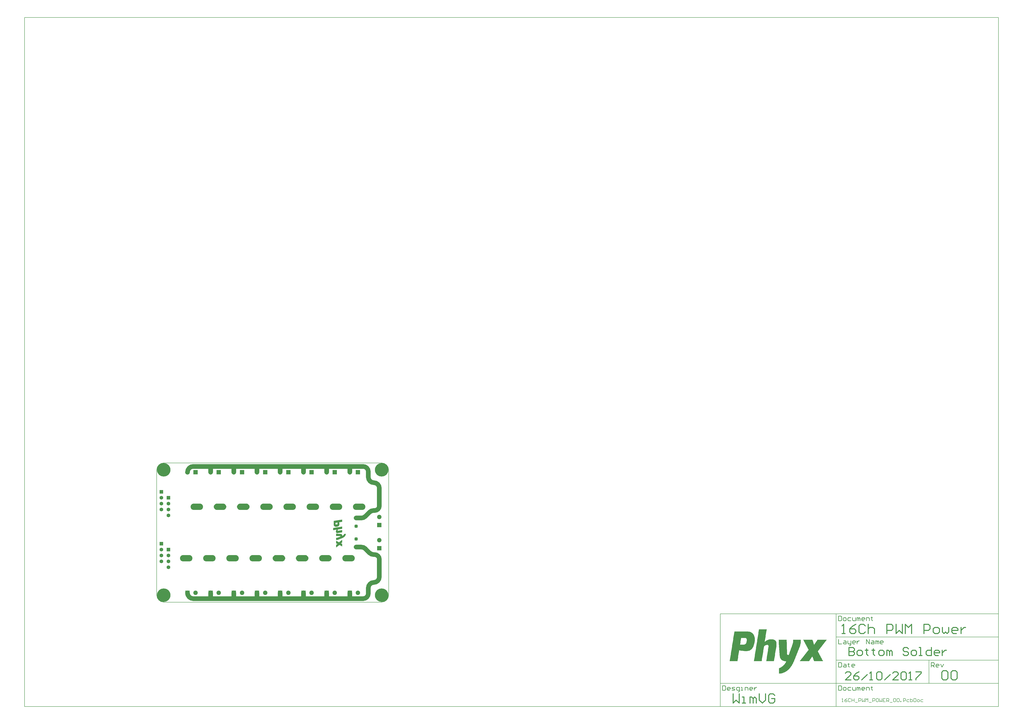
<source format=gbs>
G04 Layer_Color=16711935*
%FSLAX25Y25*%
%MOIN*%
G70*
G01*
G75*
%ADD10C,0.07874*%
%ADD11C,0.00787*%
%ADD13C,0.01575*%
%ADD23C,0.00984*%
%ADD45C,0.22835*%
%ADD46R,0.07480X0.07480*%
%ADD47C,0.07480*%
%ADD48R,0.05315X0.05315*%
G04:AMPARAMS|DCode=49|XSize=53.15mil|YSize=53.15mil|CornerRadius=14.27mil|HoleSize=0mil|Usage=FLASHONLY|Rotation=270.000|XOffset=0mil|YOffset=0mil|HoleType=Round|Shape=RoundedRectangle|*
%AMROUNDEDRECTD49*
21,1,0.05315,0.02461,0,0,270.0*
21,1,0.02461,0.05315,0,0,270.0*
1,1,0.02854,-0.01230,-0.01230*
1,1,0.02854,-0.01230,0.01230*
1,1,0.02854,0.01230,0.01230*
1,1,0.02854,0.01230,-0.01230*
%
%ADD49ROUNDEDRECTD49*%
%ADD50R,0.07480X0.07480*%
%ADD51R,0.06299X0.06299*%
%ADD52C,0.06299*%
G36*
X350908Y166954D02*
X352143Y166241D01*
X353151Y165233D01*
X353863Y163999D01*
X354232Y162622D01*
Y161197D01*
X353863Y159820D01*
X353151Y158586D01*
X352143Y157578D01*
X350908Y156865D01*
X349532Y156496D01*
X337870D01*
X336493Y156865D01*
X335259Y157578D01*
X334251Y158586D01*
X333538Y159820D01*
X333169Y161197D01*
Y162622D01*
X333538Y163999D01*
X334251Y165233D01*
X335259Y166241D01*
X336493Y166954D01*
X337870Y167323D01*
X349532D01*
X350908Y166954D01*
D02*
G37*
G36*
X311538D02*
X312773Y166241D01*
X313781Y165233D01*
X314493Y163999D01*
X314862Y162622D01*
Y161197D01*
X314493Y159820D01*
X313781Y158586D01*
X312773Y157578D01*
X311538Y156865D01*
X310161Y156496D01*
X298500D01*
X297123Y156865D01*
X295889Y157578D01*
X294881Y158586D01*
X294168Y159820D01*
X293799Y161197D01*
Y162622D01*
X294168Y163999D01*
X294881Y165233D01*
X295889Y166241D01*
X297123Y166954D01*
X298500Y167323D01*
X310161D01*
X311538Y166954D01*
D02*
G37*
G36*
X272168D02*
X273403Y166241D01*
X274411Y165233D01*
X275123Y163999D01*
X275492Y162622D01*
Y161197D01*
X275123Y159820D01*
X274411Y158586D01*
X273403Y157578D01*
X272168Y156865D01*
X270791Y156496D01*
X259130D01*
X257753Y156865D01*
X256519Y157578D01*
X255511Y158586D01*
X254798Y159820D01*
X254429Y161197D01*
Y162622D01*
X254798Y163999D01*
X255511Y165233D01*
X256519Y166241D01*
X257753Y166954D01*
X259130Y167323D01*
X270791D01*
X272168Y166954D01*
D02*
G37*
G36*
X232798D02*
X234033Y166241D01*
X235040Y165233D01*
X235753Y163999D01*
X236122Y162622D01*
Y161197D01*
X235753Y159820D01*
X235040Y158586D01*
X234033Y157578D01*
X232798Y156865D01*
X231421Y156496D01*
X219760D01*
X218383Y156865D01*
X217148Y157578D01*
X216141Y158586D01*
X215428Y159820D01*
X215059Y161197D01*
Y162622D01*
X215428Y163999D01*
X216141Y165233D01*
X217148Y166241D01*
X218383Y166954D01*
X219760Y167323D01*
X231421D01*
X232798Y166954D01*
D02*
G37*
G36*
X193428D02*
X194662Y166241D01*
X195670Y165233D01*
X196383Y163999D01*
X196752Y162622D01*
Y161197D01*
X196383Y159820D01*
X195670Y158586D01*
X194662Y157578D01*
X193428Y156865D01*
X192051Y156496D01*
X180390D01*
X179013Y156865D01*
X177778Y157578D01*
X176771Y158586D01*
X176058Y159820D01*
X175689Y161197D01*
Y162622D01*
X176058Y163999D01*
X176771Y165233D01*
X177778Y166241D01*
X179013Y166954D01*
X180390Y167323D01*
X192051D01*
X193428Y166954D01*
D02*
G37*
G36*
X154058D02*
X155292Y166241D01*
X156300Y165233D01*
X157013Y163999D01*
X157382Y162622D01*
Y161197D01*
X157013Y159820D01*
X156300Y158586D01*
X155292Y157578D01*
X154058Y156865D01*
X152681Y156496D01*
X141020D01*
X139643Y156865D01*
X138408Y157578D01*
X137400Y158586D01*
X136688Y159820D01*
X136319Y161197D01*
Y162622D01*
X136688Y163999D01*
X137400Y165233D01*
X138408Y166241D01*
X139643Y166954D01*
X141020Y167323D01*
X152681D01*
X154058Y166954D01*
D02*
G37*
G36*
X114688D02*
X115922Y166241D01*
X116930Y165233D01*
X117643Y163999D01*
X118012Y162622D01*
Y161197D01*
X117643Y159820D01*
X116930Y158586D01*
X115922Y157578D01*
X114688Y156865D01*
X113311Y156496D01*
X101649D01*
X100273Y156865D01*
X99038Y157578D01*
X98030Y158586D01*
X97318Y159820D01*
X96949Y161197D01*
Y162622D01*
X97318Y163999D01*
X98030Y165233D01*
X99038Y166241D01*
X100273Y166954D01*
X101649Y167323D01*
X113311D01*
X114688Y166954D01*
D02*
G37*
G36*
X75318D02*
X76552Y166241D01*
X77560Y165233D01*
X78273Y163999D01*
X78642Y162622D01*
Y161197D01*
X78273Y159820D01*
X77560Y158586D01*
X76552Y157578D01*
X75318Y156865D01*
X73941Y156496D01*
X62279D01*
X60903Y156865D01*
X59668Y157578D01*
X58660Y158586D01*
X57948Y159820D01*
X57579Y161197D01*
Y162622D01*
X57948Y163999D01*
X58660Y165233D01*
X59668Y166241D01*
X60903Y166954D01*
X62279Y167323D01*
X73941D01*
X75318Y166954D01*
D02*
G37*
G36*
X314961Y136306D02*
X314383D01*
Y136223D01*
X313888D01*
Y136141D01*
X313393D01*
Y136058D01*
X312816D01*
Y135976D01*
X312321D01*
Y135893D01*
X311826D01*
Y135811D01*
X311249D01*
Y135728D01*
X310754D01*
Y135646D01*
X310259D01*
Y135563D01*
X309682D01*
Y135151D01*
X309764D01*
Y134739D01*
X309847D01*
Y134326D01*
X309929D01*
Y133749D01*
X310012D01*
Y133006D01*
X310094D01*
Y131522D01*
X310012D01*
Y131027D01*
X309929D01*
Y130779D01*
X309847D01*
Y130532D01*
X309764D01*
Y130285D01*
X309682D01*
Y130120D01*
X309599D01*
Y130037D01*
X309517D01*
Y129872D01*
X309435D01*
Y129790D01*
X309352D01*
Y129625D01*
X309269D01*
Y129542D01*
X309187D01*
Y129460D01*
X309105D01*
Y129377D01*
X309022D01*
Y129295D01*
X308940D01*
Y129212D01*
X308775D01*
Y129130D01*
X308692D01*
Y129047D01*
X308610D01*
Y128965D01*
X308445D01*
Y128882D01*
X308362D01*
Y128800D01*
X308197D01*
Y128718D01*
X308032D01*
Y128635D01*
X307867D01*
Y128552D01*
X307620D01*
Y128470D01*
X307455D01*
Y128387D01*
X307207D01*
Y128305D01*
X306878D01*
Y128223D01*
X306630D01*
Y128140D01*
X306218D01*
Y128058D01*
X305805D01*
Y127975D01*
X305228D01*
Y127893D01*
X303578D01*
Y127975D01*
X303166D01*
Y128058D01*
X302836D01*
Y128140D01*
X302589D01*
Y128223D01*
X302341D01*
Y128305D01*
X302176D01*
Y128387D01*
X302094D01*
Y128470D01*
X301929D01*
Y128552D01*
X301846D01*
Y128635D01*
X301681D01*
Y128718D01*
X301599D01*
Y128800D01*
X301516D01*
Y128882D01*
X301434D01*
Y128965D01*
X301351D01*
Y129047D01*
X301269D01*
Y129130D01*
X301186D01*
Y129295D01*
X301104D01*
Y129377D01*
X301022D01*
Y129542D01*
X300939D01*
Y129625D01*
X300856D01*
Y129790D01*
X300774D01*
Y130037D01*
X300692D01*
Y130285D01*
X300609D01*
Y130532D01*
X300527D01*
Y131027D01*
X300444D01*
Y137873D01*
X300939D01*
Y137955D01*
X301434D01*
Y138038D01*
X302011D01*
Y138120D01*
X302506D01*
Y138203D01*
X303001D01*
Y138285D01*
X303578D01*
Y138368D01*
X304073D01*
Y138450D01*
X304568D01*
Y138533D01*
X305146D01*
Y138615D01*
X305640D01*
Y138698D01*
X306135D01*
Y138780D01*
X306630D01*
Y138863D01*
X307207D01*
Y138945D01*
X307702D01*
Y139028D01*
X308197D01*
Y139110D01*
X308775D01*
Y139192D01*
X309269D01*
Y139275D01*
X309764D01*
Y139357D01*
X310259D01*
Y139440D01*
X310837D01*
Y139522D01*
X311332D01*
Y139605D01*
X311826D01*
Y139687D01*
X312321D01*
Y139770D01*
X312899D01*
Y139852D01*
X313393D01*
Y139935D01*
X313888D01*
Y140017D01*
X314466D01*
Y140100D01*
X314878D01*
Y140182D01*
X314961D01*
Y136306D01*
D02*
G37*
G36*
Y124511D02*
X314796D01*
Y124428D01*
X314218D01*
Y124346D01*
X313723D01*
Y124264D01*
X313229D01*
Y124181D01*
X312734D01*
Y124099D01*
X312156D01*
Y124016D01*
X311661D01*
Y123934D01*
X311167D01*
Y123851D01*
X310589D01*
Y123769D01*
X310094D01*
Y123686D01*
X309599D01*
Y123604D01*
X309105D01*
Y123521D01*
X308527D01*
Y123439D01*
X308032D01*
Y123356D01*
X307785D01*
Y123274D01*
X307620D01*
Y123191D01*
X307537D01*
Y123109D01*
X307455D01*
Y122944D01*
X307372D01*
Y122861D01*
X307290D01*
Y122696D01*
X307207D01*
Y122449D01*
X307125D01*
Y122037D01*
X307043D01*
Y121542D01*
X307125D01*
Y121377D01*
X307207D01*
Y121294D01*
X307290D01*
Y121212D01*
X307455D01*
Y121129D01*
X307950D01*
Y121212D01*
X308527D01*
Y121294D01*
X309022D01*
Y121377D01*
X309599D01*
Y121459D01*
X310094D01*
Y121542D01*
X310589D01*
Y121624D01*
X311084D01*
Y121707D01*
X311661D01*
Y121789D01*
X312156D01*
Y121872D01*
X312734D01*
Y121954D01*
X313229D01*
Y122037D01*
X313723D01*
Y122119D01*
X314301D01*
Y122202D01*
X314796D01*
Y122284D01*
X314961D01*
Y118490D01*
X314796D01*
Y118407D01*
X314301D01*
Y118325D01*
X313723D01*
Y118243D01*
X313229D01*
Y118160D01*
X312734D01*
Y118078D01*
X312239D01*
Y117995D01*
X311661D01*
Y117912D01*
X311167D01*
Y117830D01*
X310672D01*
Y117748D01*
X310094D01*
Y117665D01*
X309599D01*
Y117583D01*
X309105D01*
Y117500D01*
X308610D01*
Y117418D01*
X308032D01*
Y117335D01*
X307455D01*
Y117253D01*
X305970D01*
Y117335D01*
X305640D01*
Y117418D01*
X305393D01*
Y117500D01*
X305228D01*
Y117583D01*
X305063D01*
Y117665D01*
X304980D01*
Y117748D01*
X304898D01*
Y117830D01*
X304816D01*
Y117912D01*
X304733D01*
Y118078D01*
X304651D01*
Y118160D01*
X304568D01*
Y118325D01*
X304486D01*
Y118572D01*
X304403D01*
Y118902D01*
X304321D01*
Y120717D01*
X304403D01*
Y121129D01*
X304486D01*
Y121377D01*
X304568D01*
Y121542D01*
X304651D01*
Y121789D01*
X304733D01*
Y121954D01*
X304816D01*
Y122037D01*
X304898D01*
Y122202D01*
X304980D01*
Y122366D01*
X305063D01*
Y122449D01*
X305146D01*
Y122531D01*
X305228D01*
Y122696D01*
X305310D01*
Y122779D01*
X305393D01*
Y122861D01*
X305475D01*
Y123026D01*
X305310D01*
Y122944D01*
X304816D01*
Y122861D01*
X304238D01*
Y122779D01*
X303743D01*
Y122696D01*
X303249D01*
Y122614D01*
X302753D01*
Y122531D01*
X302176D01*
Y122449D01*
X301681D01*
Y122366D01*
X301186D01*
Y122284D01*
X300609D01*
Y122202D01*
X300114D01*
Y122119D01*
X299619D01*
Y122037D01*
X299454D01*
Y125831D01*
X299702D01*
Y125913D01*
X300279D01*
Y125996D01*
X300774D01*
Y126078D01*
X301269D01*
Y126161D01*
X301846D01*
Y126243D01*
X302341D01*
Y126326D01*
X302836D01*
Y126408D01*
X303331D01*
Y126490D01*
X303908D01*
Y126573D01*
X304403D01*
Y126655D01*
X304898D01*
Y126738D01*
X305475D01*
Y126820D01*
X305970D01*
Y126903D01*
X306465D01*
Y126985D01*
X306960D01*
Y127068D01*
X307537D01*
Y127150D01*
X308032D01*
Y127233D01*
X308527D01*
Y127315D01*
X309022D01*
Y127398D01*
X309599D01*
Y127480D01*
X310094D01*
Y127563D01*
X310589D01*
Y127645D01*
X311167D01*
Y127728D01*
X311661D01*
Y127810D01*
X312156D01*
Y127893D01*
X312651D01*
Y127975D01*
X313229D01*
Y128058D01*
X313723D01*
Y128140D01*
X314218D01*
Y128223D01*
X314796D01*
Y128305D01*
X314961D01*
Y124511D01*
D02*
G37*
G36*
X304568Y116181D02*
X305888D01*
Y116098D01*
X307043D01*
Y116016D01*
X308362D01*
Y115933D01*
X309682D01*
Y115850D01*
X310919D01*
Y115768D01*
X312156D01*
Y115686D01*
X312734D01*
Y115603D01*
X313064D01*
Y115521D01*
X313311D01*
Y115438D01*
X313476D01*
Y115356D01*
X313641D01*
Y115273D01*
X313806D01*
Y115191D01*
X313888D01*
Y115108D01*
X314053D01*
Y115026D01*
X314136D01*
Y114943D01*
X314218D01*
Y114861D01*
X314301D01*
Y114778D01*
X314383D01*
Y114696D01*
X314466D01*
Y114531D01*
X314548D01*
Y114448D01*
X314631D01*
Y114283D01*
X314713D01*
Y114036D01*
X314796D01*
Y113871D01*
X314878D01*
Y113541D01*
X314961D01*
Y112964D01*
X315043D01*
Y112469D01*
X315208D01*
Y112551D01*
X315373D01*
Y112634D01*
X315538D01*
Y112716D01*
X315620D01*
Y112799D01*
X315785D01*
Y112881D01*
X315950D01*
Y112964D01*
X316033D01*
Y113046D01*
X316198D01*
Y113129D01*
X316280D01*
Y113211D01*
X316363D01*
Y113294D01*
X316528D01*
Y113376D01*
X316610D01*
Y113459D01*
X316693D01*
Y113541D01*
X316775D01*
Y113624D01*
X316858D01*
Y113706D01*
X316940D01*
Y113788D01*
X317023D01*
Y113871D01*
X317105D01*
Y113953D01*
X317188D01*
Y114036D01*
X317270D01*
Y114119D01*
X317353D01*
Y114201D01*
X317435D01*
Y114366D01*
X317517D01*
Y114448D01*
X317600D01*
Y114531D01*
X317683D01*
Y114696D01*
X317765D01*
Y114778D01*
X317847D01*
Y114943D01*
X317930D01*
Y115026D01*
X318012D01*
Y115191D01*
X318095D01*
Y115356D01*
X318177D01*
Y115521D01*
X318260D01*
Y115686D01*
X318342D01*
Y115850D01*
X318425D01*
Y116016D01*
X321147D01*
Y115933D01*
X321064D01*
Y115356D01*
X320982D01*
Y114861D01*
X320899D01*
Y114531D01*
X320817D01*
Y114201D01*
X320734D01*
Y113953D01*
X320652D01*
Y113788D01*
X320569D01*
Y113541D01*
X320487D01*
Y113376D01*
X320404D01*
Y113211D01*
X320322D01*
Y113046D01*
X320239D01*
Y112881D01*
X320157D01*
Y112716D01*
X320074D01*
Y112634D01*
X319992D01*
Y112469D01*
X319909D01*
Y112386D01*
X319827D01*
Y112221D01*
X319744D01*
Y112139D01*
X319662D01*
Y111974D01*
X319580D01*
Y111891D01*
X319497D01*
Y111809D01*
X319415D01*
Y111726D01*
X319332D01*
Y111644D01*
X319250D01*
Y111479D01*
X319167D01*
Y111397D01*
X319085D01*
Y111314D01*
X319002D01*
Y111232D01*
X318920D01*
Y111149D01*
X318837D01*
Y111067D01*
X318755D01*
Y110984D01*
X318672D01*
Y110902D01*
X318507D01*
Y110819D01*
X318425D01*
Y110737D01*
X318342D01*
Y110654D01*
X318260D01*
Y110572D01*
X318177D01*
Y110489D01*
X318012D01*
Y110407D01*
X317930D01*
Y110324D01*
X317847D01*
Y110242D01*
X317683D01*
Y110159D01*
X317600D01*
Y110077D01*
X317435D01*
Y109994D01*
X317353D01*
Y109912D01*
X317270D01*
Y109829D01*
X317105D01*
Y109747D01*
X316940D01*
Y109664D01*
X316858D01*
Y109582D01*
X316693D01*
Y109500D01*
X316528D01*
Y109417D01*
X316363D01*
Y109335D01*
X316198D01*
Y109252D01*
X316115D01*
Y109170D01*
X315868D01*
Y109087D01*
X315785D01*
Y109005D01*
X315538D01*
Y108922D01*
X315373D01*
Y108840D01*
X315208D01*
Y108757D01*
X315043D01*
Y108675D01*
X314796D01*
Y108592D01*
X314631D01*
Y108510D01*
X314383D01*
Y108427D01*
X314218D01*
Y108345D01*
X313971D01*
Y108262D01*
X313806D01*
Y108180D01*
X313559D01*
Y108097D01*
X313393D01*
Y108015D01*
X313146D01*
Y107932D01*
X312981D01*
Y107850D01*
X312734D01*
Y107767D01*
X312569D01*
Y107685D01*
X312321D01*
Y107603D01*
X312156D01*
Y107520D01*
X311909D01*
Y107438D01*
X311744D01*
Y107355D01*
X311496D01*
Y107273D01*
X311332D01*
Y107190D01*
X311084D01*
Y107108D01*
X310919D01*
Y107025D01*
X310672D01*
Y106943D01*
X310507D01*
Y106860D01*
X310259D01*
Y106778D01*
X310094D01*
Y106695D01*
X309847D01*
Y106613D01*
X309682D01*
Y106530D01*
X309435D01*
Y106448D01*
X309269D01*
Y106365D01*
X309022D01*
Y106283D01*
X308857D01*
Y106200D01*
X308610D01*
Y106118D01*
X308445D01*
Y106035D01*
X308280D01*
Y105953D01*
X308032D01*
Y105870D01*
X307785D01*
Y105788D01*
X307537D01*
Y105705D01*
X307290D01*
Y105623D01*
X306960D01*
Y105541D01*
X306630D01*
Y105458D01*
X306218D01*
Y105376D01*
X304486D01*
Y109087D01*
X305310D01*
Y109170D01*
X305805D01*
Y109252D01*
X306218D01*
Y109335D01*
X306548D01*
Y109417D01*
X306878D01*
Y109500D01*
X307125D01*
Y109582D01*
X307372D01*
Y109664D01*
X307620D01*
Y109747D01*
X307785D01*
Y109829D01*
X308032D01*
Y109912D01*
X308280D01*
Y109994D01*
X308527D01*
Y110077D01*
X308692D01*
Y110159D01*
X308940D01*
Y110242D01*
X309187D01*
Y110324D01*
X309435D01*
Y110407D01*
X309599D01*
Y110489D01*
X309847D01*
Y110572D01*
X310094D01*
Y110654D01*
X310342D01*
Y110737D01*
X310507D01*
Y110819D01*
X310754D01*
Y110902D01*
X311002D01*
Y110984D01*
X311249D01*
Y111067D01*
X311496D01*
Y111149D01*
X311661D01*
Y111232D01*
X311909D01*
Y111314D01*
X311991D01*
Y111562D01*
X311909D01*
Y111809D01*
X311826D01*
Y111891D01*
X311744D01*
Y111974D01*
X311661D01*
Y112056D01*
X311414D01*
Y112139D01*
X309269D01*
Y112221D01*
X309105D01*
Y112139D01*
X309022D01*
Y112221D01*
X305640D01*
Y112304D01*
X304486D01*
Y116263D01*
X304568D01*
Y116181D01*
D02*
G37*
G36*
X314961Y101252D02*
X314796D01*
Y101169D01*
X314713D01*
Y101087D01*
X314548D01*
Y101004D01*
X314466D01*
Y100922D01*
X314301D01*
Y100839D01*
X314218D01*
Y100757D01*
X314053D01*
Y100674D01*
X313971D01*
Y100592D01*
X313806D01*
Y100509D01*
X313723D01*
Y100427D01*
X313641D01*
Y100344D01*
X313476D01*
Y100262D01*
X313393D01*
Y100179D01*
X313229D01*
Y100097D01*
X313146D01*
Y100014D01*
X312981D01*
Y99932D01*
X312899D01*
Y99849D01*
X312734D01*
Y99684D01*
X312816D01*
Y99602D01*
X313064D01*
Y99519D01*
X313311D01*
Y99437D01*
X313559D01*
Y99354D01*
X313723D01*
Y99272D01*
X313971D01*
Y99190D01*
X314218D01*
Y99107D01*
X314383D01*
Y99025D01*
X314631D01*
Y98942D01*
X314878D01*
Y98860D01*
X314961D01*
Y94488D01*
X314878D01*
Y94571D01*
X314713D01*
Y94653D01*
X314548D01*
Y94736D01*
X314466D01*
Y94818D01*
X314301D01*
Y94901D01*
X314136D01*
Y94983D01*
X313971D01*
Y95065D01*
X313806D01*
Y95148D01*
X313641D01*
Y95231D01*
X313476D01*
Y95313D01*
X313311D01*
Y95395D01*
X313229D01*
Y95478D01*
X313064D01*
Y95560D01*
X312899D01*
Y95643D01*
X312734D01*
Y95725D01*
X312569D01*
Y95808D01*
X312404D01*
Y95890D01*
X312239D01*
Y95973D01*
X312074D01*
Y96055D01*
X311991D01*
Y96138D01*
X311826D01*
Y96220D01*
X311661D01*
Y96303D01*
X311496D01*
Y96385D01*
X311332D01*
Y96468D01*
X311167D01*
Y96550D01*
X311002D01*
Y96633D01*
X310837D01*
Y96715D01*
X310672D01*
Y96798D01*
X310589D01*
Y96880D01*
X310424D01*
Y96963D01*
X310259D01*
Y97045D01*
X310094D01*
Y96963D01*
X310012D01*
Y96880D01*
X309929D01*
Y96798D01*
X309847D01*
Y96715D01*
X309682D01*
Y96633D01*
X309599D01*
Y96550D01*
X309517D01*
Y96468D01*
X309352D01*
Y96385D01*
X309269D01*
Y96303D01*
X309187D01*
Y96220D01*
X309105D01*
Y96138D01*
X308940D01*
Y96055D01*
X308857D01*
Y95973D01*
X308775D01*
Y95890D01*
X308610D01*
Y95808D01*
X308527D01*
Y95725D01*
X308445D01*
Y95643D01*
X308280D01*
Y95560D01*
X308197D01*
Y95478D01*
X308115D01*
Y95395D01*
X308032D01*
Y95313D01*
X307867D01*
Y95231D01*
X307785D01*
Y95148D01*
X307702D01*
Y95065D01*
X307537D01*
Y94983D01*
X307455D01*
Y94901D01*
X307372D01*
Y94818D01*
X307207D01*
Y94736D01*
X307125D01*
Y94653D01*
X307043D01*
Y94571D01*
X306960D01*
Y94488D01*
X306795D01*
Y94406D01*
X306713D01*
Y94323D01*
X306630D01*
Y94241D01*
X306465D01*
Y94158D01*
X306383D01*
Y94076D01*
X306300D01*
Y93993D01*
X306135D01*
Y93911D01*
X306053D01*
Y93828D01*
X305970D01*
Y93746D01*
X305888D01*
Y93663D01*
X305723D01*
Y93581D01*
X305640D01*
Y93498D01*
X305558D01*
Y93416D01*
X305393D01*
Y93334D01*
X305310D01*
Y93251D01*
X305228D01*
Y93168D01*
X305146D01*
Y93086D01*
X304980D01*
Y93003D01*
X304898D01*
Y92921D01*
X304816D01*
Y92839D01*
X304651D01*
Y92756D01*
X304568D01*
Y92674D01*
X304486D01*
Y97210D01*
X304568D01*
Y97293D01*
X304733D01*
Y97375D01*
X304816D01*
Y97457D01*
X304980D01*
Y97540D01*
X305063D01*
Y97622D01*
X305228D01*
Y97705D01*
X305310D01*
Y97787D01*
X305475D01*
Y97870D01*
X305558D01*
Y97952D01*
X305723D01*
Y98035D01*
X305805D01*
Y98117D01*
X305970D01*
Y98200D01*
X306053D01*
Y98282D01*
X306218D01*
Y98365D01*
X306300D01*
Y98447D01*
X306465D01*
Y98530D01*
X306548D01*
Y98612D01*
X306713D01*
Y98695D01*
X306795D01*
Y98777D01*
X306878D01*
Y98942D01*
X306548D01*
Y99025D01*
X306300D01*
Y99107D01*
X306053D01*
Y99190D01*
X305805D01*
Y99272D01*
X305558D01*
Y99354D01*
X305310D01*
Y99437D01*
X305063D01*
Y99519D01*
X304816D01*
Y99602D01*
X304568D01*
Y99684D01*
X304486D01*
Y104221D01*
X304568D01*
Y104138D01*
X304733D01*
Y104056D01*
X304816D01*
Y103973D01*
X304980D01*
Y103891D01*
X305146D01*
Y103808D01*
X305310D01*
Y103726D01*
X305475D01*
Y103643D01*
X305640D01*
Y103561D01*
X305805D01*
Y103479D01*
X305888D01*
Y103396D01*
X306053D01*
Y103314D01*
X306218D01*
Y103231D01*
X306383D01*
Y103149D01*
X306548D01*
Y103066D01*
X306713D01*
Y102984D01*
X306878D01*
Y102901D01*
X307043D01*
Y102819D01*
X307125D01*
Y102736D01*
X307290D01*
Y102654D01*
X307455D01*
Y102571D01*
X307620D01*
Y102489D01*
X307785D01*
Y102406D01*
X307950D01*
Y102324D01*
X308115D01*
Y102241D01*
X308197D01*
Y102159D01*
X308362D01*
Y102076D01*
X308527D01*
Y101994D01*
X308692D01*
Y101911D01*
X308857D01*
Y101829D01*
X309022D01*
Y101746D01*
X309187D01*
Y101664D01*
X309269D01*
Y101581D01*
X309517D01*
Y101664D01*
X309682D01*
Y101746D01*
X309764D01*
Y101829D01*
X309847D01*
Y101911D01*
X309929D01*
Y101994D01*
X310094D01*
Y102076D01*
X310177D01*
Y102159D01*
X310259D01*
Y102241D01*
X310424D01*
Y102324D01*
X310507D01*
Y102406D01*
X310589D01*
Y102489D01*
X310672D01*
Y102571D01*
X310837D01*
Y102654D01*
X310919D01*
Y102736D01*
X311002D01*
Y102819D01*
X311084D01*
Y102901D01*
X311249D01*
Y102984D01*
X311332D01*
Y103066D01*
X311414D01*
Y103149D01*
X311579D01*
Y103231D01*
X311661D01*
Y103314D01*
X311744D01*
Y103396D01*
X311826D01*
Y103479D01*
X311991D01*
Y103561D01*
X312074D01*
Y103643D01*
X312156D01*
Y103726D01*
X312321D01*
Y103808D01*
X312404D01*
Y103891D01*
X312486D01*
Y103973D01*
X312569D01*
Y104056D01*
X312734D01*
Y104138D01*
X312816D01*
Y104221D01*
X312899D01*
Y104303D01*
X313064D01*
Y104386D01*
X313146D01*
Y104468D01*
X313229D01*
Y104551D01*
X313311D01*
Y104633D01*
X313476D01*
Y104716D01*
X313559D01*
Y104798D01*
X313641D01*
Y104881D01*
X313723D01*
Y104963D01*
X313888D01*
Y105046D01*
X313971D01*
Y105128D01*
X314053D01*
Y105211D01*
X314218D01*
Y105293D01*
X314301D01*
Y105376D01*
X314383D01*
Y105458D01*
X314466D01*
Y105541D01*
X314631D01*
Y105623D01*
X314713D01*
Y105705D01*
X314796D01*
Y105788D01*
X314878D01*
Y105870D01*
X314961D01*
Y101252D01*
D02*
G37*
G36*
X332798Y79552D02*
X334033Y78840D01*
X335040Y77832D01*
X335753Y76597D01*
X336122Y75221D01*
Y73795D01*
X335753Y72418D01*
X335040Y71184D01*
X334033Y70176D01*
X332798Y69463D01*
X331421Y69095D01*
X319760D01*
X318383Y69463D01*
X317148Y70176D01*
X316141Y71184D01*
X315428Y72418D01*
X315059Y73795D01*
Y75221D01*
X315428Y76597D01*
X316141Y77832D01*
X317148Y78840D01*
X318383Y79552D01*
X319760Y79921D01*
X331421D01*
X332798Y79552D01*
D02*
G37*
G36*
X293428D02*
X294662Y78840D01*
X295670Y77832D01*
X296383Y76597D01*
X296752Y75221D01*
Y73795D01*
X296383Y72418D01*
X295670Y71184D01*
X294662Y70176D01*
X293428Y69463D01*
X292051Y69095D01*
X280390D01*
X279013Y69463D01*
X277779Y70176D01*
X276771Y71184D01*
X276058Y72418D01*
X275689Y73795D01*
Y75221D01*
X276058Y76597D01*
X276771Y77832D01*
X277779Y78840D01*
X279013Y79552D01*
X280390Y79921D01*
X292051D01*
X293428Y79552D01*
D02*
G37*
G36*
X254058D02*
X255292Y78840D01*
X256300Y77832D01*
X257013Y76597D01*
X257382Y75221D01*
Y73795D01*
X257013Y72418D01*
X256300Y71184D01*
X255292Y70176D01*
X254058Y69463D01*
X252681Y69095D01*
X241020D01*
X239643Y69463D01*
X238408Y70176D01*
X237401Y71184D01*
X236688Y72418D01*
X236319Y73795D01*
Y75221D01*
X236688Y76597D01*
X237401Y77832D01*
X238408Y78840D01*
X239643Y79552D01*
X241020Y79921D01*
X252681D01*
X254058Y79552D01*
D02*
G37*
G36*
X214688D02*
X215922Y78840D01*
X216930Y77832D01*
X217643Y76597D01*
X218012Y75221D01*
Y73795D01*
X217643Y72418D01*
X216930Y71184D01*
X215922Y70176D01*
X214688Y69463D01*
X213311Y69095D01*
X201649D01*
X200273Y69463D01*
X199038Y70176D01*
X198030Y71184D01*
X197318Y72418D01*
X196949Y73795D01*
Y75221D01*
X197318Y76597D01*
X198030Y77832D01*
X199038Y78840D01*
X200273Y79552D01*
X201649Y79921D01*
X213311D01*
X214688Y79552D01*
D02*
G37*
G36*
X175318D02*
X176552Y78840D01*
X177560Y77832D01*
X178273Y76597D01*
X178642Y75221D01*
Y73795D01*
X178273Y72418D01*
X177560Y71184D01*
X176552Y70176D01*
X175318Y69463D01*
X173941Y69095D01*
X162279D01*
X160903Y69463D01*
X159668Y70176D01*
X158660Y71184D01*
X157948Y72418D01*
X157579Y73795D01*
Y75221D01*
X157948Y76597D01*
X158660Y77832D01*
X159668Y78840D01*
X160903Y79552D01*
X162279Y79921D01*
X173941D01*
X175318Y79552D01*
D02*
G37*
G36*
X135948D02*
X137182Y78840D01*
X138190Y77832D01*
X138903Y76597D01*
X139272Y75221D01*
Y73795D01*
X138903Y72418D01*
X138190Y71184D01*
X137182Y70176D01*
X135948Y69463D01*
X134571Y69095D01*
X122909D01*
X121532Y69463D01*
X120298Y70176D01*
X119290Y71184D01*
X118578Y72418D01*
X118209Y73795D01*
Y75221D01*
X118578Y76597D01*
X119290Y77832D01*
X120298Y78840D01*
X121532Y79552D01*
X122909Y79921D01*
X134571D01*
X135948Y79552D01*
D02*
G37*
G36*
X96578D02*
X97812Y78840D01*
X98820Y77832D01*
X99533Y76597D01*
X99902Y75221D01*
Y73795D01*
X99533Y72418D01*
X98820Y71184D01*
X97812Y70176D01*
X96578Y69463D01*
X95201Y69095D01*
X83539D01*
X82162Y69463D01*
X80928Y70176D01*
X79920Y71184D01*
X79207Y72418D01*
X78839Y73795D01*
Y75221D01*
X79207Y76597D01*
X79920Y77832D01*
X80928Y78840D01*
X82162Y79552D01*
X83539Y79921D01*
X95201D01*
X96578Y79552D01*
D02*
G37*
G36*
X57208D02*
X58442Y78840D01*
X59450Y77832D01*
X60163Y76597D01*
X60532Y75221D01*
Y73795D01*
X60163Y72418D01*
X59450Y71184D01*
X58442Y70176D01*
X57208Y69463D01*
X55831Y69095D01*
X44169D01*
X42792Y69463D01*
X41558Y70176D01*
X40550Y71184D01*
X39837Y72418D01*
X39469Y73795D01*
Y75221D01*
X39837Y76597D01*
X40550Y77832D01*
X41558Y78840D01*
X42792Y79552D01*
X44169Y79921D01*
X55831D01*
X57208Y79552D01*
D02*
G37*
G36*
X1137613Y-64032D02*
X1137326D01*
Y-64318D01*
X1137040D01*
Y-64605D01*
Y-64891D01*
X1136754D01*
Y-65177D01*
X1136467D01*
Y-65464D01*
X1136181D01*
Y-65750D01*
Y-66036D01*
X1135895D01*
Y-66322D01*
X1135608D01*
Y-66609D01*
X1135322D01*
Y-66895D01*
X1135036D01*
Y-67181D01*
Y-67468D01*
X1134750D01*
Y-67754D01*
X1134463D01*
Y-68040D01*
X1134177D01*
Y-68327D01*
Y-68613D01*
X1133891D01*
Y-68899D01*
X1133604D01*
Y-69186D01*
X1133318D01*
Y-69472D01*
X1133032D01*
Y-69758D01*
Y-70044D01*
X1132745D01*
Y-70331D01*
X1132459D01*
Y-70617D01*
X1132173D01*
Y-70903D01*
Y-71190D01*
X1131886D01*
Y-71476D01*
X1131600D01*
Y-71762D01*
X1131314D01*
Y-72049D01*
Y-72335D01*
X1131028D01*
Y-72621D01*
X1130741D01*
Y-72908D01*
X1130455D01*
Y-73194D01*
X1130169D01*
Y-73480D01*
Y-73767D01*
X1129882D01*
Y-74053D01*
X1129596D01*
Y-74339D01*
X1129310D01*
Y-74625D01*
Y-74912D01*
X1129023D01*
Y-75198D01*
X1128737D01*
Y-75485D01*
X1128451D01*
Y-75771D01*
Y-76057D01*
X1128164D01*
Y-76343D01*
X1127878D01*
Y-76630D01*
X1127592D01*
Y-76916D01*
X1127306D01*
Y-77202D01*
Y-77489D01*
X1127019D01*
Y-77775D01*
X1126733D01*
Y-78061D01*
X1126447D01*
Y-78348D01*
Y-78634D01*
X1126160D01*
Y-78920D01*
X1125874D01*
Y-79207D01*
X1125588D01*
Y-79493D01*
Y-79779D01*
X1125301D01*
Y-80066D01*
X1125015D01*
Y-80352D01*
X1124729D01*
Y-80638D01*
X1124442D01*
Y-80924D01*
Y-81211D01*
X1124156D01*
Y-81497D01*
X1123870D01*
Y-81783D01*
X1123583D01*
Y-82070D01*
Y-82356D01*
X1123297D01*
Y-82642D01*
X1123011D01*
Y-82929D01*
X1122725D01*
Y-83215D01*
X1122438D01*
Y-83501D01*
Y-83788D01*
X1122725D01*
Y-84074D01*
Y-84360D01*
X1123011D01*
Y-84646D01*
Y-84933D01*
X1123297D01*
Y-85219D01*
X1123583D01*
Y-85505D01*
Y-85792D01*
X1123870D01*
Y-86078D01*
Y-86364D01*
X1124156D01*
Y-86651D01*
Y-86937D01*
X1124442D01*
Y-87223D01*
Y-87510D01*
X1124729D01*
Y-87796D01*
Y-88082D01*
X1125015D01*
Y-88369D01*
Y-88655D01*
X1125301D01*
Y-88941D01*
Y-89227D01*
X1125588D01*
Y-89514D01*
Y-89800D01*
X1125874D01*
Y-90086D01*
X1126160D01*
Y-90373D01*
Y-90659D01*
X1126447D01*
Y-90945D01*
Y-91232D01*
X1126733D01*
Y-91518D01*
Y-91804D01*
X1127019D01*
Y-92091D01*
Y-92377D01*
X1127306D01*
Y-92663D01*
Y-92950D01*
X1127592D01*
Y-93236D01*
Y-93522D01*
X1127878D01*
Y-93809D01*
Y-94095D01*
X1128164D01*
Y-94381D01*
X1128451D01*
Y-94667D01*
Y-94954D01*
X1128737D01*
Y-95240D01*
Y-95526D01*
X1129023D01*
Y-95813D01*
Y-96099D01*
X1129310D01*
Y-96385D01*
Y-96672D01*
X1129596D01*
Y-96958D01*
Y-97244D01*
X1129882D01*
Y-97531D01*
Y-97817D01*
X1130169D01*
Y-98103D01*
Y-98390D01*
X1130455D01*
Y-98676D01*
X1130741D01*
Y-98962D01*
Y-99248D01*
X1131028D01*
Y-99535D01*
Y-99821D01*
X1131314D01*
Y-100107D01*
X1116139D01*
Y-99821D01*
X1115853D01*
Y-99535D01*
Y-99248D01*
Y-98962D01*
X1115567D01*
Y-98676D01*
Y-98390D01*
Y-98103D01*
X1115280D01*
Y-97817D01*
Y-97531D01*
X1114994D01*
Y-97244D01*
Y-96958D01*
Y-96672D01*
X1114708D01*
Y-96385D01*
Y-96099D01*
Y-95813D01*
X1114421D01*
Y-95526D01*
Y-95240D01*
X1114135D01*
Y-94954D01*
Y-94667D01*
Y-94381D01*
X1113849D01*
Y-94095D01*
Y-93809D01*
Y-93522D01*
X1113562D01*
Y-93236D01*
Y-92950D01*
Y-92663D01*
X1113276D01*
Y-92377D01*
X1112704D01*
Y-92663D01*
Y-92950D01*
X1112417D01*
Y-93236D01*
X1112131D01*
Y-93522D01*
Y-93809D01*
X1111845D01*
Y-94095D01*
X1111558D01*
Y-94381D01*
Y-94667D01*
X1111272D01*
Y-94954D01*
X1110986D01*
Y-95240D01*
Y-95526D01*
X1110699D01*
Y-95813D01*
X1110413D01*
Y-96099D01*
X1110127D01*
Y-96385D01*
Y-96672D01*
X1109840D01*
Y-96958D01*
X1109554D01*
Y-97244D01*
Y-97531D01*
X1109268D01*
Y-97817D01*
X1108981D01*
Y-98103D01*
Y-98390D01*
X1108695D01*
Y-98676D01*
X1108409D01*
Y-98962D01*
Y-99248D01*
X1108123D01*
Y-99535D01*
X1107836D01*
Y-99821D01*
Y-100107D01*
X1091803D01*
Y-99821D01*
X1092089D01*
Y-99535D01*
X1092375D01*
Y-99248D01*
X1092662D01*
Y-98962D01*
X1092948D01*
Y-98676D01*
Y-98390D01*
X1093234D01*
Y-98103D01*
X1093521D01*
Y-97817D01*
X1093807D01*
Y-97531D01*
X1094093D01*
Y-97244D01*
Y-96958D01*
X1094380D01*
Y-96672D01*
X1094666D01*
Y-96385D01*
X1094952D01*
Y-96099D01*
Y-95813D01*
X1095238D01*
Y-95526D01*
X1095525D01*
Y-95240D01*
X1095811D01*
Y-94954D01*
X1096097D01*
Y-94667D01*
Y-94381D01*
X1096384D01*
Y-94095D01*
X1096670D01*
Y-93809D01*
X1096956D01*
Y-93522D01*
X1097243D01*
Y-93236D01*
Y-92950D01*
X1097529D01*
Y-92663D01*
X1097815D01*
Y-92377D01*
X1098102D01*
Y-92091D01*
Y-91804D01*
X1098388D01*
Y-91518D01*
X1098674D01*
Y-91232D01*
X1098960D01*
Y-90945D01*
X1099247D01*
Y-90659D01*
Y-90373D01*
X1099533D01*
Y-90086D01*
X1099819D01*
Y-89800D01*
X1100106D01*
Y-89514D01*
Y-89227D01*
X1100392D01*
Y-88941D01*
X1100678D01*
Y-88655D01*
X1100965D01*
Y-88369D01*
X1101251D01*
Y-88082D01*
Y-87796D01*
X1101537D01*
Y-87510D01*
X1101824D01*
Y-87223D01*
X1102110D01*
Y-86937D01*
Y-86651D01*
X1102396D01*
Y-86364D01*
X1102683D01*
Y-86078D01*
X1102969D01*
Y-85792D01*
X1103255D01*
Y-85505D01*
Y-85219D01*
X1103541D01*
Y-84933D01*
X1103828D01*
Y-84646D01*
X1104114D01*
Y-84360D01*
X1104400D01*
Y-84074D01*
Y-83788D01*
X1104687D01*
Y-83501D01*
X1104973D01*
Y-83215D01*
X1105259D01*
Y-82929D01*
Y-82642D01*
X1105546D01*
Y-82356D01*
X1105832D01*
Y-82070D01*
X1106118D01*
Y-81783D01*
X1106405D01*
Y-81497D01*
Y-81211D01*
X1106691D01*
Y-80924D01*
Y-80638D01*
Y-80352D01*
X1106405D01*
Y-80066D01*
X1106118D01*
Y-79779D01*
Y-79493D01*
X1105832D01*
Y-79207D01*
Y-78920D01*
X1105546D01*
Y-78634D01*
Y-78348D01*
X1105259D01*
Y-78061D01*
Y-77775D01*
X1104973D01*
Y-77489D01*
Y-77202D01*
X1104687D01*
Y-76916D01*
Y-76630D01*
X1104400D01*
Y-76343D01*
X1104114D01*
Y-76057D01*
Y-75771D01*
X1103828D01*
Y-75485D01*
Y-75198D01*
X1103541D01*
Y-74912D01*
Y-74625D01*
X1103255D01*
Y-74339D01*
Y-74053D01*
X1102969D01*
Y-73767D01*
Y-73480D01*
X1102683D01*
Y-73194D01*
Y-72908D01*
X1102396D01*
Y-72621D01*
X1102110D01*
Y-72335D01*
Y-72049D01*
X1101824D01*
Y-71762D01*
Y-71476D01*
X1101537D01*
Y-71190D01*
Y-70903D01*
X1101251D01*
Y-70617D01*
Y-70331D01*
X1100965D01*
Y-70044D01*
Y-69758D01*
X1100678D01*
Y-69472D01*
Y-69186D01*
X1100392D01*
Y-68899D01*
Y-68613D01*
X1100106D01*
Y-68327D01*
X1099819D01*
Y-68040D01*
Y-67754D01*
X1099533D01*
Y-67468D01*
Y-67181D01*
X1099247D01*
Y-66895D01*
Y-66609D01*
X1098960D01*
Y-66322D01*
Y-66036D01*
X1098674D01*
Y-65750D01*
Y-65464D01*
X1098388D01*
Y-65177D01*
Y-64891D01*
X1098102D01*
Y-64605D01*
X1097815D01*
Y-64318D01*
Y-64032D01*
X1097529D01*
Y-63746D01*
X1113276D01*
Y-64032D01*
X1113562D01*
Y-64318D01*
Y-64605D01*
Y-64891D01*
X1113849D01*
Y-65177D01*
Y-65464D01*
Y-65750D01*
X1114135D01*
Y-66036D01*
Y-66322D01*
Y-66609D01*
X1114421D01*
Y-66895D01*
Y-67181D01*
Y-67468D01*
X1114708D01*
Y-67754D01*
Y-68040D01*
Y-68327D01*
X1114994D01*
Y-68613D01*
Y-68899D01*
Y-69186D01*
X1115280D01*
Y-69472D01*
Y-69758D01*
Y-70044D01*
X1115567D01*
Y-70331D01*
Y-70617D01*
Y-70903D01*
X1115853D01*
Y-71190D01*
Y-71476D01*
Y-71762D01*
Y-72049D01*
X1116426D01*
Y-71762D01*
X1116712D01*
Y-71476D01*
X1116998D01*
Y-71190D01*
Y-70903D01*
X1117284D01*
Y-70617D01*
X1117571D01*
Y-70331D01*
Y-70044D01*
X1117857D01*
Y-69758D01*
X1118143D01*
Y-69472D01*
Y-69186D01*
X1118430D01*
Y-68899D01*
X1118716D01*
Y-68613D01*
Y-68327D01*
X1119002D01*
Y-68040D01*
X1119289D01*
Y-67754D01*
Y-67468D01*
X1119575D01*
Y-67181D01*
X1119861D01*
Y-66895D01*
Y-66609D01*
X1120148D01*
Y-66322D01*
X1120434D01*
Y-66036D01*
Y-65750D01*
X1120720D01*
Y-65464D01*
X1121007D01*
Y-65177D01*
Y-64891D01*
X1121293D01*
Y-64605D01*
X1121579D01*
Y-64318D01*
Y-64032D01*
X1121865D01*
Y-63746D01*
X1137613D01*
Y-64032D01*
D02*
G37*
G36*
X1004477Y-50003D02*
X1006195D01*
Y-50289D01*
X1007054D01*
Y-50575D01*
X1007913D01*
Y-50862D01*
X1008772D01*
Y-51148D01*
X1009345D01*
Y-51434D01*
X1009631D01*
Y-51720D01*
X1010203D01*
Y-52007D01*
X1010490D01*
Y-52293D01*
X1011062D01*
Y-52579D01*
X1011349D01*
Y-52866D01*
X1011635D01*
Y-53152D01*
X1011921D01*
Y-53438D01*
X1012208D01*
Y-53725D01*
X1012494D01*
Y-54011D01*
X1012780D01*
Y-54297D01*
Y-54584D01*
X1013067D01*
Y-54870D01*
X1013353D01*
Y-55156D01*
Y-55443D01*
X1013639D01*
Y-55729D01*
X1013926D01*
Y-56015D01*
Y-56301D01*
X1014212D01*
Y-56588D01*
Y-56874D01*
Y-57161D01*
X1014498D01*
Y-57447D01*
Y-57733D01*
Y-58019D01*
X1014785D01*
Y-58306D01*
Y-58592D01*
Y-58878D01*
Y-59165D01*
X1015071D01*
Y-59451D01*
Y-59737D01*
Y-60024D01*
Y-60310D01*
Y-60596D01*
X1015357D01*
Y-60883D01*
Y-61169D01*
Y-61455D01*
Y-61742D01*
Y-62028D01*
Y-62314D01*
Y-62600D01*
Y-62887D01*
Y-63173D01*
Y-63459D01*
Y-63746D01*
Y-64032D01*
Y-64318D01*
Y-64605D01*
Y-64891D01*
Y-65177D01*
Y-65464D01*
Y-65750D01*
Y-66036D01*
Y-66322D01*
X1015071D01*
Y-66609D01*
Y-66895D01*
Y-67181D01*
Y-67468D01*
Y-67754D01*
Y-68040D01*
Y-68327D01*
X1014785D01*
Y-68613D01*
Y-68899D01*
Y-69186D01*
Y-69472D01*
Y-69758D01*
X1014498D01*
Y-70044D01*
Y-70331D01*
Y-70617D01*
Y-70903D01*
Y-71190D01*
X1014212D01*
Y-71476D01*
Y-71762D01*
Y-72049D01*
X1013926D01*
Y-72335D01*
Y-72621D01*
Y-72908D01*
Y-73194D01*
X1013639D01*
Y-73480D01*
Y-73767D01*
Y-74053D01*
X1013353D01*
Y-74339D01*
Y-74625D01*
X1013067D01*
Y-74912D01*
Y-75198D01*
Y-75485D01*
X1012780D01*
Y-75771D01*
Y-76057D01*
X1012494D01*
Y-76343D01*
Y-76630D01*
X1012208D01*
Y-76916D01*
Y-77202D01*
X1011921D01*
Y-77489D01*
X1011635D01*
Y-77775D01*
Y-78061D01*
X1011349D01*
Y-78348D01*
X1011062D01*
Y-78634D01*
X1010776D01*
Y-78920D01*
Y-79207D01*
X1010490D01*
Y-79493D01*
X1010203D01*
Y-79779D01*
X1009917D01*
Y-80066D01*
X1009631D01*
Y-80352D01*
X1009345D01*
Y-80638D01*
X1008772D01*
Y-80924D01*
X1008486D01*
Y-81211D01*
X1007913D01*
Y-81497D01*
X1007627D01*
Y-81783D01*
X1007054D01*
Y-82070D01*
X1006195D01*
Y-82356D01*
X1005336D01*
Y-82642D01*
X1004477D01*
Y-82929D01*
X1002759D01*
Y-83215D01*
X997606D01*
Y-82929D01*
X995029D01*
Y-82642D01*
X993025D01*
Y-82356D01*
X991593D01*
Y-82070D01*
X990162D01*
Y-81783D01*
X988730D01*
Y-82070D01*
Y-82356D01*
Y-82642D01*
Y-82929D01*
Y-83215D01*
Y-83501D01*
Y-83788D01*
X988444D01*
Y-84074D01*
Y-84360D01*
Y-84646D01*
Y-84933D01*
Y-85219D01*
Y-85505D01*
X988157D01*
Y-85792D01*
Y-86078D01*
Y-86364D01*
Y-86651D01*
Y-86937D01*
Y-87223D01*
X987871D01*
Y-87510D01*
Y-87796D01*
Y-88082D01*
Y-88369D01*
Y-88655D01*
Y-88941D01*
Y-89227D01*
X987585D01*
Y-89514D01*
Y-89800D01*
Y-90086D01*
Y-90373D01*
Y-90659D01*
Y-90945D01*
X987298D01*
Y-91232D01*
Y-91518D01*
Y-91804D01*
Y-92091D01*
Y-92377D01*
Y-92663D01*
X987012D01*
Y-92950D01*
Y-93236D01*
Y-93522D01*
Y-93809D01*
Y-94095D01*
Y-94381D01*
Y-94667D01*
X986726D01*
Y-94954D01*
Y-95240D01*
Y-95526D01*
Y-95813D01*
Y-96099D01*
Y-96385D01*
X986440D01*
Y-96672D01*
Y-96958D01*
Y-97244D01*
Y-97531D01*
Y-97817D01*
Y-98103D01*
X986153D01*
Y-98390D01*
Y-98676D01*
Y-98962D01*
Y-99248D01*
Y-99535D01*
Y-99821D01*
Y-100107D01*
X972696D01*
Y-99821D01*
X972983D01*
Y-99535D01*
Y-99248D01*
Y-98962D01*
Y-98676D01*
Y-98390D01*
X973269D01*
Y-98103D01*
Y-97817D01*
Y-97531D01*
Y-97244D01*
Y-96958D01*
Y-96672D01*
Y-96385D01*
X973555D01*
Y-96099D01*
Y-95813D01*
Y-95526D01*
Y-95240D01*
Y-94954D01*
Y-94667D01*
X973842D01*
Y-94381D01*
Y-94095D01*
Y-93809D01*
Y-93522D01*
Y-93236D01*
Y-92950D01*
X974128D01*
Y-92663D01*
Y-92377D01*
Y-92091D01*
Y-91804D01*
Y-91518D01*
Y-91232D01*
Y-90945D01*
X974414D01*
Y-90659D01*
Y-90373D01*
Y-90086D01*
Y-89800D01*
Y-89514D01*
Y-89227D01*
X974701D01*
Y-88941D01*
Y-88655D01*
Y-88369D01*
Y-88082D01*
Y-87796D01*
Y-87510D01*
X974987D01*
Y-87223D01*
Y-86937D01*
Y-86651D01*
Y-86364D01*
Y-86078D01*
Y-85792D01*
X975273D01*
Y-85505D01*
Y-85219D01*
Y-84933D01*
Y-84646D01*
Y-84360D01*
Y-84074D01*
Y-83788D01*
X975560D01*
Y-83501D01*
Y-83215D01*
Y-82929D01*
Y-82642D01*
Y-82356D01*
Y-82070D01*
X975846D01*
Y-81783D01*
Y-81497D01*
Y-81211D01*
Y-80924D01*
Y-80638D01*
Y-80352D01*
X976132D01*
Y-80066D01*
Y-79779D01*
Y-79493D01*
Y-79207D01*
Y-78920D01*
Y-78634D01*
X976419D01*
Y-78348D01*
Y-78061D01*
Y-77775D01*
Y-77489D01*
Y-77202D01*
Y-76916D01*
Y-76630D01*
X976705D01*
Y-76343D01*
Y-76057D01*
Y-75771D01*
Y-75485D01*
Y-75198D01*
Y-74912D01*
X976991D01*
Y-74625D01*
Y-74339D01*
Y-74053D01*
Y-73767D01*
Y-73480D01*
Y-73194D01*
X977277D01*
Y-72908D01*
Y-72621D01*
Y-72335D01*
Y-72049D01*
Y-71762D01*
Y-71476D01*
Y-71190D01*
X977564D01*
Y-70903D01*
Y-70617D01*
Y-70331D01*
Y-70044D01*
Y-69758D01*
Y-69472D01*
X977850D01*
Y-69186D01*
Y-68899D01*
Y-68613D01*
Y-68327D01*
Y-68040D01*
Y-67754D01*
X978137D01*
Y-67468D01*
Y-67181D01*
Y-66895D01*
Y-66609D01*
Y-66322D01*
Y-66036D01*
X978423D01*
Y-65750D01*
Y-65464D01*
Y-65177D01*
Y-64891D01*
Y-64605D01*
Y-64318D01*
Y-64032D01*
X978709D01*
Y-63746D01*
Y-63459D01*
Y-63173D01*
Y-62887D01*
Y-62600D01*
Y-62314D01*
X978995D01*
Y-62028D01*
Y-61742D01*
Y-61455D01*
Y-61169D01*
Y-60883D01*
Y-60596D01*
X979282D01*
Y-60310D01*
Y-60024D01*
Y-59737D01*
Y-59451D01*
Y-59165D01*
Y-58878D01*
Y-58592D01*
X979568D01*
Y-58306D01*
Y-58019D01*
Y-57733D01*
Y-57447D01*
Y-57161D01*
Y-56874D01*
X979854D01*
Y-56588D01*
Y-56301D01*
Y-56015D01*
Y-55729D01*
Y-55443D01*
Y-55156D01*
X980141D01*
Y-54870D01*
Y-54584D01*
Y-54297D01*
Y-54011D01*
Y-53725D01*
Y-53438D01*
Y-53152D01*
X980427D01*
Y-52866D01*
Y-52579D01*
Y-52293D01*
Y-52007D01*
Y-51720D01*
Y-51434D01*
X980713D01*
Y-51148D01*
Y-50862D01*
Y-50575D01*
Y-50289D01*
Y-50003D01*
Y-49716D01*
X1004477D01*
Y-50003D01*
D02*
G37*
G36*
X1093521Y-64032D02*
Y-64318D01*
Y-64605D01*
Y-64891D01*
Y-65177D01*
Y-65464D01*
Y-65750D01*
Y-66036D01*
Y-66322D01*
Y-66609D01*
Y-66895D01*
Y-67181D01*
Y-67468D01*
Y-67754D01*
Y-68040D01*
Y-68327D01*
Y-68613D01*
Y-68899D01*
Y-69186D01*
Y-69472D01*
Y-69758D01*
X1093234D01*
Y-70044D01*
Y-70331D01*
Y-70617D01*
Y-70903D01*
Y-71190D01*
X1092948D01*
Y-71476D01*
Y-71762D01*
Y-72049D01*
Y-72335D01*
X1092662D01*
Y-72621D01*
Y-72908D01*
Y-73194D01*
Y-73480D01*
X1092375D01*
Y-73767D01*
Y-74053D01*
Y-74339D01*
X1092089D01*
Y-74625D01*
Y-74912D01*
Y-75198D01*
X1091803D01*
Y-75485D01*
Y-75771D01*
Y-76057D01*
X1091516D01*
Y-76343D01*
Y-76630D01*
Y-76916D01*
X1091230D01*
Y-77202D01*
Y-77489D01*
X1090944D01*
Y-77775D01*
Y-78061D01*
X1090657D01*
Y-78348D01*
Y-78634D01*
Y-78920D01*
X1090371D01*
Y-79207D01*
Y-79493D01*
X1090085D01*
Y-79779D01*
Y-80066D01*
Y-80352D01*
X1089799D01*
Y-80638D01*
Y-80924D01*
X1089512D01*
Y-81211D01*
Y-81497D01*
Y-81783D01*
X1089226D01*
Y-82070D01*
Y-82356D01*
X1088939D01*
Y-82642D01*
Y-82929D01*
Y-83215D01*
X1088653D01*
Y-83501D01*
Y-83788D01*
X1088367D01*
Y-84074D01*
Y-84360D01*
Y-84646D01*
X1088081D01*
Y-84933D01*
Y-85219D01*
X1087794D01*
Y-85505D01*
Y-85792D01*
Y-86078D01*
X1087508D01*
Y-86364D01*
Y-86651D01*
X1087222D01*
Y-86937D01*
Y-87223D01*
Y-87510D01*
X1086935D01*
Y-87796D01*
Y-88082D01*
X1086649D01*
Y-88369D01*
Y-88655D01*
Y-88941D01*
X1086363D01*
Y-89227D01*
Y-89514D01*
X1086076D01*
Y-89800D01*
Y-90086D01*
Y-90373D01*
X1085790D01*
Y-90659D01*
Y-90945D01*
X1085504D01*
Y-91232D01*
Y-91518D01*
Y-91804D01*
X1085217D01*
Y-92091D01*
Y-92377D01*
X1084931D01*
Y-92663D01*
Y-92950D01*
Y-93236D01*
X1084645D01*
Y-93522D01*
Y-93809D01*
X1084359D01*
Y-94095D01*
Y-94381D01*
Y-94667D01*
X1084072D01*
Y-94954D01*
Y-95240D01*
X1083786D01*
Y-95526D01*
Y-95813D01*
Y-96099D01*
X1083500D01*
Y-96385D01*
Y-96672D01*
X1083213D01*
Y-96958D01*
Y-97244D01*
Y-97531D01*
X1082927D01*
Y-97817D01*
Y-98103D01*
X1082641D01*
Y-98390D01*
Y-98676D01*
Y-98962D01*
X1082354D01*
Y-99248D01*
Y-99535D01*
X1082068D01*
Y-99821D01*
Y-100107D01*
Y-100394D01*
X1081782D01*
Y-100680D01*
Y-100966D01*
X1081495D01*
Y-101253D01*
Y-101539D01*
X1081209D01*
Y-101825D01*
Y-102112D01*
X1080923D01*
Y-102398D01*
Y-102684D01*
Y-102971D01*
X1080637D01*
Y-103257D01*
X1080350D01*
Y-103543D01*
Y-103829D01*
Y-104116D01*
X1080064D01*
Y-104402D01*
X1079778D01*
Y-104688D01*
Y-104975D01*
X1079491D01*
Y-105261D01*
Y-105547D01*
X1079205D01*
Y-105834D01*
Y-106120D01*
X1078919D01*
Y-106406D01*
Y-106693D01*
X1078632D01*
Y-106979D01*
X1078346D01*
Y-107265D01*
Y-107552D01*
X1078060D01*
Y-107838D01*
Y-108124D01*
X1077773D01*
Y-108410D01*
X1077487D01*
Y-108697D01*
X1077201D01*
Y-108983D01*
Y-109269D01*
X1076914D01*
Y-109556D01*
X1076628D01*
Y-109842D01*
Y-110128D01*
X1076342D01*
Y-110415D01*
X1076056D01*
Y-110701D01*
X1075769D01*
Y-110987D01*
Y-111274D01*
X1075483D01*
Y-111560D01*
X1075196D01*
Y-111846D01*
X1074910D01*
Y-112133D01*
X1074624D01*
Y-112419D01*
X1074338D01*
Y-112705D01*
Y-112991D01*
X1074051D01*
Y-113278D01*
X1073765D01*
Y-113564D01*
X1073479D01*
Y-113850D01*
X1073192D01*
Y-114137D01*
X1072906D01*
Y-114423D01*
X1072620D01*
Y-114709D01*
X1072333D01*
Y-114996D01*
X1071761D01*
Y-115282D01*
X1071474D01*
Y-115568D01*
X1071188D01*
Y-115855D01*
X1070902D01*
Y-116141D01*
X1070615D01*
Y-116427D01*
X1070043D01*
Y-116714D01*
X1069757D01*
Y-117000D01*
X1069184D01*
Y-117286D01*
X1068898D01*
Y-117572D01*
X1068325D01*
Y-117859D01*
X1068039D01*
Y-118145D01*
X1067466D01*
Y-118431D01*
X1066893D01*
Y-118718D01*
X1066321D01*
Y-119004D01*
X1065748D01*
Y-119290D01*
X1065176D01*
Y-119577D01*
X1064317D01*
Y-119863D01*
X1063744D01*
Y-120149D01*
X1062885D01*
Y-120436D01*
X1061740D01*
Y-120722D01*
X1060595D01*
Y-121008D01*
X1058877D01*
Y-121294D01*
X1056872D01*
Y-121581D01*
X1056586D01*
Y-121294D01*
Y-121008D01*
Y-120722D01*
Y-120436D01*
Y-120149D01*
Y-119863D01*
Y-119577D01*
Y-119290D01*
Y-119004D01*
Y-118718D01*
Y-118431D01*
Y-118145D01*
Y-117859D01*
Y-117572D01*
Y-117286D01*
Y-117000D01*
Y-116714D01*
Y-116427D01*
Y-116141D01*
Y-115855D01*
Y-115568D01*
Y-115282D01*
Y-114996D01*
Y-114709D01*
Y-114423D01*
Y-114137D01*
Y-113850D01*
Y-113564D01*
Y-113278D01*
Y-112991D01*
Y-112705D01*
Y-112419D01*
Y-112133D01*
X1057159D01*
Y-111846D01*
X1057731D01*
Y-111560D01*
X1058304D01*
Y-111274D01*
X1058877D01*
Y-110987D01*
X1059449D01*
Y-110701D01*
X1060022D01*
Y-110415D01*
X1060308D01*
Y-110128D01*
X1060881D01*
Y-109842D01*
X1061167D01*
Y-109556D01*
X1061740D01*
Y-109269D01*
X1062026D01*
Y-108983D01*
X1062312D01*
Y-108697D01*
X1062885D01*
Y-108410D01*
X1063171D01*
Y-108124D01*
X1063458D01*
Y-107838D01*
X1063744D01*
Y-107552D01*
X1064030D01*
Y-107265D01*
X1064317D01*
Y-106979D01*
X1064603D01*
Y-106693D01*
X1064889D01*
Y-106406D01*
X1065176D01*
Y-106120D01*
X1065462D01*
Y-105834D01*
X1065748D01*
Y-105547D01*
X1066035D01*
Y-105261D01*
Y-104975D01*
X1066321D01*
Y-104688D01*
X1066607D01*
Y-104402D01*
X1066893D01*
Y-104116D01*
Y-103829D01*
X1067180D01*
Y-103543D01*
X1067466D01*
Y-103257D01*
Y-102971D01*
X1067752D01*
Y-102684D01*
Y-102398D01*
X1068039D01*
Y-102112D01*
X1068325D01*
Y-101825D01*
Y-101539D01*
X1068611D01*
Y-101253D01*
Y-100966D01*
X1068898D01*
Y-100680D01*
Y-100394D01*
X1067180D01*
Y-100107D01*
X1065176D01*
Y-99821D01*
X1064030D01*
Y-99535D01*
X1063458D01*
Y-99248D01*
X1062599D01*
Y-98962D01*
X1062026D01*
Y-98676D01*
X1061740D01*
Y-98390D01*
X1061167D01*
Y-98103D01*
X1060881D01*
Y-97817D01*
X1060595D01*
Y-97531D01*
X1060308D01*
Y-97244D01*
X1060022D01*
Y-96958D01*
X1059736D01*
Y-96672D01*
Y-96385D01*
X1059449D01*
Y-96099D01*
X1059163D01*
Y-95813D01*
Y-95526D01*
X1058877D01*
Y-95240D01*
Y-94954D01*
X1058590D01*
Y-94667D01*
Y-94381D01*
X1058304D01*
Y-94095D01*
Y-93809D01*
Y-93522D01*
X1058018D01*
Y-93236D01*
Y-92950D01*
Y-92663D01*
Y-92377D01*
X1057731D01*
Y-92091D01*
Y-91804D01*
Y-91518D01*
Y-91232D01*
Y-90945D01*
Y-90659D01*
Y-90373D01*
X1057445D01*
Y-90086D01*
Y-89800D01*
Y-89514D01*
Y-89227D01*
Y-88941D01*
Y-88655D01*
Y-88369D01*
Y-88082D01*
Y-87796D01*
Y-87510D01*
Y-87223D01*
Y-86937D01*
Y-86651D01*
Y-86364D01*
Y-86078D01*
X1057159D01*
Y-85792D01*
Y-85505D01*
Y-85219D01*
Y-84933D01*
Y-84646D01*
Y-84360D01*
Y-84074D01*
Y-83788D01*
Y-83501D01*
Y-83215D01*
Y-82929D01*
Y-82642D01*
Y-82356D01*
Y-82070D01*
Y-81783D01*
X1056872D01*
Y-81497D01*
Y-81211D01*
Y-80924D01*
Y-80638D01*
Y-80352D01*
Y-80066D01*
Y-79779D01*
Y-79493D01*
Y-79207D01*
Y-78920D01*
Y-78634D01*
Y-78348D01*
Y-78061D01*
Y-77775D01*
Y-77489D01*
Y-77202D01*
X1056586D01*
Y-76916D01*
Y-76630D01*
Y-76343D01*
Y-76057D01*
Y-75771D01*
Y-75485D01*
Y-75198D01*
Y-74912D01*
Y-74625D01*
Y-74339D01*
Y-74053D01*
Y-73767D01*
Y-73480D01*
Y-73194D01*
Y-72908D01*
Y-72621D01*
X1056300D01*
Y-72335D01*
Y-72049D01*
Y-71762D01*
Y-71476D01*
Y-71190D01*
Y-70903D01*
Y-70617D01*
Y-70331D01*
Y-70044D01*
Y-69758D01*
Y-69472D01*
Y-69186D01*
Y-68899D01*
Y-68613D01*
X1056014D01*
Y-68327D01*
Y-68040D01*
Y-67754D01*
Y-67468D01*
Y-67181D01*
Y-66895D01*
Y-66609D01*
Y-66322D01*
Y-66036D01*
Y-65750D01*
Y-65464D01*
Y-65177D01*
Y-64891D01*
Y-64605D01*
Y-64318D01*
Y-64032D01*
X1055727D01*
Y-63746D01*
X1069470D01*
Y-64032D01*
Y-64318D01*
Y-64605D01*
Y-64891D01*
Y-65177D01*
Y-65464D01*
Y-65750D01*
Y-66036D01*
Y-66322D01*
Y-66609D01*
Y-66895D01*
Y-67181D01*
Y-67468D01*
Y-67754D01*
X1069757D01*
Y-68040D01*
Y-68327D01*
Y-68613D01*
Y-68899D01*
Y-69186D01*
Y-69472D01*
Y-69758D01*
Y-70044D01*
Y-70331D01*
Y-70617D01*
Y-70903D01*
Y-71190D01*
Y-71476D01*
Y-71762D01*
Y-72049D01*
Y-72335D01*
Y-72621D01*
Y-72908D01*
Y-73194D01*
Y-73480D01*
Y-73767D01*
Y-74053D01*
Y-74339D01*
Y-74625D01*
Y-74912D01*
Y-75198D01*
Y-75485D01*
Y-75771D01*
Y-76057D01*
Y-76343D01*
Y-76630D01*
Y-76916D01*
Y-77202D01*
Y-77489D01*
Y-77775D01*
Y-78061D01*
Y-78348D01*
Y-78634D01*
Y-78920D01*
Y-79207D01*
Y-79493D01*
X1070043D01*
Y-79779D01*
X1069757D01*
Y-80066D01*
Y-80352D01*
X1070043D01*
Y-80638D01*
Y-80924D01*
Y-81211D01*
Y-81497D01*
Y-81783D01*
Y-82070D01*
Y-82356D01*
Y-82642D01*
Y-82929D01*
Y-83215D01*
Y-83501D01*
Y-83788D01*
Y-84074D01*
Y-84360D01*
Y-84646D01*
Y-84933D01*
Y-85219D01*
Y-85505D01*
Y-85792D01*
Y-86078D01*
Y-86364D01*
Y-86651D01*
Y-86937D01*
Y-87223D01*
Y-87510D01*
Y-87796D01*
X1070329D01*
Y-88082D01*
Y-88369D01*
Y-88655D01*
X1070615D01*
Y-88941D01*
X1070902D01*
Y-89227D01*
X1071188D01*
Y-89514D01*
X1072047D01*
Y-89800D01*
X1072906D01*
Y-89514D01*
X1073192D01*
Y-89227D01*
Y-88941D01*
Y-88655D01*
X1073479D01*
Y-88369D01*
Y-88082D01*
X1073765D01*
Y-87796D01*
Y-87510D01*
Y-87223D01*
X1074051D01*
Y-86937D01*
Y-86651D01*
Y-86364D01*
X1074338D01*
Y-86078D01*
Y-85792D01*
Y-85505D01*
X1074624D01*
Y-85219D01*
Y-84933D01*
Y-84646D01*
X1074910D01*
Y-84360D01*
Y-84074D01*
X1075196D01*
Y-83788D01*
Y-83501D01*
Y-83215D01*
X1075483D01*
Y-82929D01*
Y-82642D01*
Y-82356D01*
X1075769D01*
Y-82070D01*
Y-81783D01*
Y-81497D01*
X1076056D01*
Y-81211D01*
Y-80924D01*
X1076342D01*
Y-80638D01*
Y-80352D01*
Y-80066D01*
X1076628D01*
Y-79779D01*
Y-79493D01*
Y-79207D01*
X1076914D01*
Y-78920D01*
Y-78634D01*
Y-78348D01*
X1077201D01*
Y-78061D01*
Y-77775D01*
X1077487D01*
Y-77489D01*
Y-77202D01*
Y-76916D01*
X1077773D01*
Y-76630D01*
Y-76343D01*
Y-76057D01*
X1078060D01*
Y-75771D01*
Y-75485D01*
Y-75198D01*
X1078346D01*
Y-74912D01*
Y-74625D01*
X1078632D01*
Y-74339D01*
Y-74053D01*
Y-73767D01*
X1078919D01*
Y-73480D01*
Y-73194D01*
Y-72908D01*
X1079205D01*
Y-72621D01*
Y-72335D01*
Y-72049D01*
X1079491D01*
Y-71762D01*
Y-71476D01*
Y-71190D01*
Y-70903D01*
X1079778D01*
Y-70617D01*
Y-70331D01*
Y-70044D01*
Y-69758D01*
X1080064D01*
Y-69472D01*
Y-69186D01*
Y-68899D01*
Y-68613D01*
Y-68327D01*
X1080350D01*
Y-68040D01*
Y-67754D01*
Y-67468D01*
Y-67181D01*
Y-66895D01*
Y-66609D01*
X1080637D01*
Y-66322D01*
Y-66036D01*
Y-65750D01*
Y-65464D01*
Y-65177D01*
Y-64891D01*
Y-64605D01*
Y-64318D01*
Y-64032D01*
Y-63746D01*
X1093521D01*
Y-64032D01*
D02*
G37*
G36*
X1035685Y-46567D02*
Y-46853D01*
X1035399D01*
Y-47139D01*
Y-47426D01*
Y-47712D01*
Y-47998D01*
Y-48285D01*
Y-48571D01*
X1035113D01*
Y-48857D01*
Y-49144D01*
Y-49430D01*
Y-49716D01*
Y-50003D01*
Y-50289D01*
X1034826D01*
Y-50575D01*
Y-50862D01*
Y-51148D01*
Y-51434D01*
Y-51720D01*
Y-52007D01*
Y-52293D01*
X1034540D01*
Y-52579D01*
Y-52866D01*
Y-53152D01*
Y-53438D01*
Y-53725D01*
Y-54011D01*
X1034254D01*
Y-54297D01*
Y-54584D01*
Y-54870D01*
Y-55156D01*
Y-55443D01*
Y-55729D01*
X1033967D01*
Y-56015D01*
Y-56301D01*
Y-56588D01*
Y-56874D01*
Y-57161D01*
Y-57447D01*
Y-57733D01*
X1033681D01*
Y-58019D01*
Y-58306D01*
Y-58592D01*
Y-58878D01*
Y-59165D01*
Y-59451D01*
X1033395D01*
Y-59737D01*
Y-60024D01*
Y-60310D01*
Y-60596D01*
Y-60883D01*
Y-61169D01*
X1033109D01*
Y-61455D01*
Y-61742D01*
Y-62028D01*
Y-62314D01*
Y-62600D01*
Y-62887D01*
X1032822D01*
Y-63173D01*
Y-63459D01*
Y-63746D01*
Y-64032D01*
Y-64318D01*
Y-64605D01*
Y-64891D01*
X1032536D01*
Y-65177D01*
Y-65464D01*
Y-65750D01*
Y-66036D01*
Y-66322D01*
Y-66609D01*
X1032250D01*
Y-66895D01*
Y-67181D01*
X1032822D01*
Y-66895D01*
X1033109D01*
Y-66609D01*
X1033395D01*
Y-66322D01*
X1033967D01*
Y-66036D01*
X1034254D01*
Y-65750D01*
X1034540D01*
Y-65464D01*
X1035113D01*
Y-65177D01*
X1035685D01*
Y-64891D01*
X1035972D01*
Y-64605D01*
X1036544D01*
Y-64318D01*
X1037403D01*
Y-64032D01*
X1037976D01*
Y-63746D01*
X1038835D01*
Y-63459D01*
X1040266D01*
Y-63173D01*
X1046565D01*
Y-63459D01*
X1047711D01*
Y-63746D01*
X1048569D01*
Y-64032D01*
X1049142D01*
Y-64318D01*
X1049428D01*
Y-64605D01*
X1050001D01*
Y-64891D01*
X1050287D01*
Y-65177D01*
X1050574D01*
Y-65464D01*
X1050860D01*
Y-65750D01*
X1051146D01*
Y-66036D01*
Y-66322D01*
X1051433D01*
Y-66609D01*
Y-66895D01*
X1051719D01*
Y-67181D01*
Y-67468D01*
Y-67754D01*
X1052005D01*
Y-68040D01*
Y-68327D01*
Y-68613D01*
Y-68899D01*
X1052291D01*
Y-69186D01*
Y-69472D01*
Y-69758D01*
Y-70044D01*
Y-70331D01*
Y-70617D01*
Y-70903D01*
Y-71190D01*
Y-71476D01*
Y-71762D01*
Y-72049D01*
Y-72335D01*
Y-72621D01*
Y-72908D01*
Y-73194D01*
Y-73480D01*
Y-73767D01*
Y-74053D01*
X1052005D01*
Y-74339D01*
Y-74625D01*
Y-74912D01*
Y-75198D01*
Y-75485D01*
Y-75771D01*
Y-76057D01*
X1051719D01*
Y-76343D01*
Y-76630D01*
Y-76916D01*
Y-77202D01*
Y-77489D01*
Y-77775D01*
Y-78061D01*
X1051433D01*
Y-78348D01*
Y-78634D01*
Y-78920D01*
Y-79207D01*
Y-79493D01*
Y-79779D01*
X1051146D01*
Y-80066D01*
Y-80352D01*
Y-80638D01*
Y-80924D01*
Y-81211D01*
Y-81497D01*
X1050860D01*
Y-81783D01*
Y-82070D01*
Y-82356D01*
Y-82642D01*
Y-82929D01*
Y-83215D01*
X1050574D01*
Y-83501D01*
Y-83788D01*
Y-84074D01*
Y-84360D01*
Y-84646D01*
Y-84933D01*
Y-85219D01*
X1050287D01*
Y-85505D01*
Y-85792D01*
Y-86078D01*
Y-86364D01*
Y-86651D01*
Y-86937D01*
X1050001D01*
Y-87223D01*
Y-87510D01*
Y-87796D01*
Y-88082D01*
Y-88369D01*
Y-88655D01*
X1049715D01*
Y-88941D01*
Y-89227D01*
Y-89514D01*
Y-89800D01*
Y-90086D01*
Y-90373D01*
Y-90659D01*
X1049428D01*
Y-90945D01*
Y-91232D01*
Y-91518D01*
Y-91804D01*
Y-92091D01*
Y-92377D01*
X1049142D01*
Y-92663D01*
Y-92950D01*
Y-93236D01*
Y-93522D01*
Y-93809D01*
Y-94095D01*
X1048856D01*
Y-94381D01*
Y-94667D01*
Y-94954D01*
Y-95240D01*
Y-95526D01*
Y-95813D01*
X1048569D01*
Y-96099D01*
Y-96385D01*
Y-96672D01*
Y-96958D01*
Y-97244D01*
Y-97531D01*
Y-97817D01*
X1048283D01*
Y-98103D01*
Y-98390D01*
Y-98676D01*
Y-98962D01*
Y-99248D01*
Y-99535D01*
X1047997D01*
Y-99821D01*
Y-100107D01*
X1034826D01*
Y-99821D01*
Y-99535D01*
X1035113D01*
Y-99248D01*
Y-98962D01*
Y-98676D01*
Y-98390D01*
Y-98103D01*
Y-97817D01*
X1035399D01*
Y-97531D01*
Y-97244D01*
Y-96958D01*
Y-96672D01*
Y-96385D01*
Y-96099D01*
Y-95813D01*
X1035685D01*
Y-95526D01*
Y-95240D01*
Y-94954D01*
Y-94667D01*
Y-94381D01*
Y-94095D01*
X1035972D01*
Y-93809D01*
Y-93522D01*
Y-93236D01*
Y-92950D01*
Y-92663D01*
Y-92377D01*
X1036258D01*
Y-92091D01*
Y-91804D01*
Y-91518D01*
Y-91232D01*
Y-90945D01*
Y-90659D01*
Y-90373D01*
X1036544D01*
Y-90086D01*
Y-89800D01*
Y-89514D01*
Y-89227D01*
Y-88941D01*
Y-88655D01*
X1036831D01*
Y-88369D01*
Y-88082D01*
Y-87796D01*
Y-87510D01*
Y-87223D01*
Y-86937D01*
Y-86651D01*
X1037117D01*
Y-86364D01*
Y-86078D01*
Y-85792D01*
Y-85505D01*
Y-85219D01*
Y-84933D01*
X1037403D01*
Y-84646D01*
Y-84360D01*
Y-84074D01*
Y-83788D01*
Y-83501D01*
Y-83215D01*
X1037689D01*
Y-82929D01*
Y-82642D01*
Y-82356D01*
Y-82070D01*
Y-81783D01*
Y-81497D01*
X1037976D01*
Y-81211D01*
Y-80924D01*
Y-80638D01*
Y-80352D01*
Y-80066D01*
Y-79779D01*
Y-79493D01*
X1038262D01*
Y-79207D01*
Y-78920D01*
Y-78634D01*
Y-78348D01*
Y-78061D01*
Y-77775D01*
X1038548D01*
Y-77489D01*
Y-77202D01*
Y-76916D01*
Y-76630D01*
Y-76343D01*
Y-76057D01*
Y-75771D01*
X1038835D01*
Y-75485D01*
Y-75198D01*
Y-74912D01*
Y-74625D01*
Y-74339D01*
Y-74053D01*
X1038548D01*
Y-73767D01*
Y-73480D01*
X1038262D01*
Y-73194D01*
X1037976D01*
Y-72908D01*
X1037403D01*
Y-72621D01*
X1035685D01*
Y-72908D01*
X1034254D01*
Y-73194D01*
X1033395D01*
Y-73480D01*
X1032822D01*
Y-73767D01*
X1032536D01*
Y-74053D01*
X1031963D01*
Y-74339D01*
X1031677D01*
Y-74625D01*
X1031391D01*
Y-74912D01*
Y-75198D01*
X1031104D01*
Y-75485D01*
Y-75771D01*
Y-76057D01*
X1030818D01*
Y-76343D01*
Y-76630D01*
Y-76916D01*
Y-77202D01*
Y-77489D01*
Y-77775D01*
X1030532D01*
Y-78061D01*
Y-78348D01*
Y-78634D01*
Y-78920D01*
Y-79207D01*
Y-79493D01*
Y-79779D01*
X1030245D01*
Y-80066D01*
Y-80352D01*
Y-80638D01*
Y-80924D01*
Y-81211D01*
Y-81497D01*
X1029959D01*
Y-81783D01*
Y-82070D01*
Y-82356D01*
Y-82642D01*
Y-82929D01*
Y-83215D01*
X1029673D01*
Y-83501D01*
Y-83788D01*
Y-84074D01*
Y-84360D01*
Y-84646D01*
Y-84933D01*
X1029387D01*
Y-85219D01*
Y-85505D01*
Y-85792D01*
Y-86078D01*
Y-86364D01*
Y-86651D01*
Y-86937D01*
X1029100D01*
Y-87223D01*
Y-87510D01*
Y-87796D01*
Y-88082D01*
Y-88369D01*
Y-88655D01*
X1028814D01*
Y-88941D01*
Y-89227D01*
Y-89514D01*
Y-89800D01*
Y-90086D01*
Y-90373D01*
X1028528D01*
Y-90659D01*
Y-90945D01*
Y-91232D01*
Y-91518D01*
Y-91804D01*
Y-92091D01*
Y-92377D01*
X1028241D01*
Y-92663D01*
Y-92950D01*
Y-93236D01*
Y-93522D01*
Y-93809D01*
Y-94095D01*
X1027955D01*
Y-94381D01*
Y-94667D01*
Y-94954D01*
Y-95240D01*
Y-95526D01*
Y-95813D01*
X1027669D01*
Y-96099D01*
Y-96385D01*
Y-96672D01*
Y-96958D01*
Y-97244D01*
Y-97531D01*
X1027382D01*
Y-97817D01*
Y-98103D01*
Y-98390D01*
Y-98676D01*
Y-98962D01*
Y-99248D01*
Y-99535D01*
X1027096D01*
Y-99821D01*
Y-100107D01*
X1013926D01*
Y-99821D01*
Y-99535D01*
X1014212D01*
Y-99248D01*
Y-98962D01*
Y-98676D01*
Y-98390D01*
Y-98103D01*
Y-97817D01*
Y-97531D01*
X1014498D01*
Y-97244D01*
Y-96958D01*
Y-96672D01*
Y-96385D01*
Y-96099D01*
Y-95813D01*
X1014785D01*
Y-95526D01*
Y-95240D01*
Y-94954D01*
Y-94667D01*
Y-94381D01*
Y-94095D01*
X1015071D01*
Y-93809D01*
Y-93522D01*
Y-93236D01*
Y-92950D01*
Y-92663D01*
Y-92377D01*
Y-92091D01*
X1015357D01*
Y-91804D01*
Y-91518D01*
Y-91232D01*
Y-90945D01*
Y-90659D01*
Y-90373D01*
X1015643D01*
Y-90086D01*
Y-89800D01*
Y-89514D01*
Y-89227D01*
Y-88941D01*
Y-88655D01*
X1015930D01*
Y-88369D01*
Y-88082D01*
Y-87796D01*
Y-87510D01*
Y-87223D01*
Y-86937D01*
X1016216D01*
Y-86651D01*
Y-86364D01*
Y-86078D01*
Y-85792D01*
Y-85505D01*
Y-85219D01*
Y-84933D01*
X1016502D01*
Y-84646D01*
Y-84360D01*
Y-84074D01*
Y-83788D01*
Y-83501D01*
Y-83215D01*
X1016789D01*
Y-82929D01*
Y-82642D01*
Y-82356D01*
Y-82070D01*
Y-81783D01*
Y-81497D01*
X1017075D01*
Y-81211D01*
Y-80924D01*
Y-80638D01*
Y-80352D01*
Y-80066D01*
Y-79779D01*
Y-79493D01*
X1017361D01*
Y-79207D01*
Y-78920D01*
Y-78634D01*
Y-78348D01*
Y-78061D01*
Y-77775D01*
X1017648D01*
Y-77489D01*
Y-77202D01*
Y-76916D01*
Y-76630D01*
Y-76343D01*
Y-76057D01*
X1017934D01*
Y-75771D01*
Y-75485D01*
Y-75198D01*
Y-74912D01*
Y-74625D01*
Y-74339D01*
X1018220D01*
Y-74053D01*
Y-73767D01*
Y-73480D01*
Y-73194D01*
Y-72908D01*
Y-72621D01*
Y-72335D01*
X1018507D01*
Y-72049D01*
Y-71762D01*
Y-71476D01*
Y-71190D01*
Y-70903D01*
Y-70617D01*
X1018793D01*
Y-70331D01*
Y-70044D01*
Y-69758D01*
Y-69472D01*
Y-69186D01*
Y-68899D01*
X1019079D01*
Y-68613D01*
Y-68327D01*
Y-68040D01*
Y-67754D01*
Y-67468D01*
Y-67181D01*
X1019366D01*
Y-66895D01*
Y-66609D01*
Y-66322D01*
Y-66036D01*
Y-65750D01*
Y-65464D01*
Y-65177D01*
X1019652D01*
Y-64891D01*
Y-64605D01*
Y-64318D01*
Y-64032D01*
Y-63746D01*
Y-63459D01*
X1019938D01*
Y-63173D01*
Y-62887D01*
Y-62600D01*
Y-62314D01*
Y-62028D01*
Y-61742D01*
X1020224D01*
Y-61455D01*
Y-61169D01*
Y-60883D01*
Y-60596D01*
Y-60310D01*
Y-60024D01*
Y-59737D01*
X1020511D01*
Y-59451D01*
Y-59165D01*
Y-58878D01*
Y-58592D01*
Y-58306D01*
Y-58019D01*
X1020797D01*
Y-57733D01*
Y-57447D01*
Y-57161D01*
Y-56874D01*
Y-56588D01*
Y-56301D01*
X1021083D01*
Y-56015D01*
Y-55729D01*
Y-55443D01*
Y-55156D01*
Y-54870D01*
Y-54584D01*
X1021370D01*
Y-54297D01*
Y-54011D01*
Y-53725D01*
Y-53438D01*
Y-53152D01*
Y-52866D01*
Y-52579D01*
X1021656D01*
Y-52293D01*
Y-52007D01*
Y-51720D01*
Y-51434D01*
Y-51148D01*
Y-50862D01*
X1021942D01*
Y-50575D01*
Y-50289D01*
Y-50003D01*
Y-49716D01*
Y-49430D01*
Y-49144D01*
X1022229D01*
Y-48857D01*
Y-48571D01*
Y-48285D01*
Y-47998D01*
Y-47712D01*
Y-47426D01*
Y-47139D01*
X1022515D01*
Y-46853D01*
Y-46567D01*
Y-46281D01*
X1035685D01*
Y-46567D01*
D02*
G37*
%LPC*%
G36*
X306878Y135068D02*
X306630D01*
Y134986D01*
X306135D01*
Y134903D01*
X305558D01*
Y134821D01*
X305063D01*
Y134739D01*
X304568D01*
Y134656D01*
X304073D01*
Y134573D01*
X303661D01*
Y132264D01*
X303743D01*
Y132099D01*
X303826D01*
Y132017D01*
X303908D01*
Y131934D01*
X304073D01*
Y131852D01*
X304238D01*
Y131769D01*
X305146D01*
Y131852D01*
X305558D01*
Y131934D01*
X305888D01*
Y132017D01*
X306053D01*
Y132099D01*
X306218D01*
Y132182D01*
X306383D01*
Y132264D01*
X306465D01*
Y132347D01*
X306548D01*
Y132429D01*
X306630D01*
Y132512D01*
X306713D01*
Y132676D01*
X306795D01*
Y133006D01*
X306878D01*
Y135068D01*
D02*
G37*
G36*
X1000183Y-60883D02*
X992166D01*
Y-61169D01*
Y-61455D01*
Y-61742D01*
Y-62028D01*
Y-62314D01*
X991879D01*
Y-62600D01*
Y-62887D01*
Y-63173D01*
Y-63459D01*
Y-63746D01*
Y-64032D01*
X991593D01*
Y-64318D01*
Y-64605D01*
Y-64891D01*
Y-65177D01*
Y-65464D01*
Y-65750D01*
X991307D01*
Y-66036D01*
Y-66322D01*
Y-66609D01*
Y-66895D01*
Y-67181D01*
Y-67468D01*
X991020D01*
Y-67754D01*
Y-68040D01*
Y-68327D01*
Y-68613D01*
Y-68899D01*
Y-69186D01*
Y-69472D01*
X990734D01*
Y-69758D01*
Y-70044D01*
Y-70331D01*
Y-70617D01*
Y-70903D01*
Y-71190D01*
X990448D01*
Y-71476D01*
Y-71762D01*
Y-72049D01*
X997606D01*
Y-71762D01*
X998751D01*
Y-71476D01*
X999324D01*
Y-71190D01*
X999610D01*
Y-70903D01*
X999896D01*
Y-70617D01*
X1000183D01*
Y-70331D01*
X1000469D01*
Y-70044D01*
Y-69758D01*
X1000755D01*
Y-69472D01*
Y-69186D01*
X1001042D01*
Y-68899D01*
Y-68613D01*
X1001328D01*
Y-68327D01*
Y-68040D01*
Y-67754D01*
Y-67468D01*
X1001614D01*
Y-67181D01*
Y-66895D01*
Y-66609D01*
Y-66322D01*
Y-66036D01*
X1001900D01*
Y-65750D01*
Y-65464D01*
Y-65177D01*
Y-64891D01*
Y-64605D01*
Y-64318D01*
Y-64032D01*
Y-63746D01*
Y-63459D01*
Y-63173D01*
Y-62887D01*
X1001614D01*
Y-62600D01*
Y-62314D01*
X1001328D01*
Y-62028D01*
Y-61742D01*
X1001042D01*
Y-61455D01*
X1000755D01*
Y-61169D01*
X1000183D01*
Y-60883D01*
D02*
G37*
%LPD*%
D10*
X62008Y230315D02*
G03*
X52165Y220472I0J-9843D01*
G01*
Y15748D02*
G03*
X62008Y5906I9843J0D01*
G01*
X359252Y221457D02*
G03*
X350394Y230315I-8858J0D01*
G01*
X359252Y212106D02*
G03*
X368602Y202756I9350J0D01*
G01*
X377953Y193405D02*
G03*
X368602Y202756I-9350J0D01*
G01*
X347236Y142717D02*
G03*
X354307Y145645I0J10000D01*
G01*
Y90575D02*
G03*
X347236Y93504I-7071J-7071D01*
G01*
X361244Y83638D02*
G03*
X368315Y80709I7071J7071D01*
G01*
X377953Y72835D02*
G03*
X370079Y80709I-7874J0D01*
G01*
X368315Y155512D02*
G03*
X361244Y152583I0J-10000D01*
G01*
X370079Y155512D02*
G03*
X377953Y163386I0J7874D01*
G01*
X368602Y33465D02*
G03*
X377953Y42815I0J9350D01*
G01*
X368602Y33465D02*
G03*
X359252Y24114I0J-9350D01*
G01*
X350394Y5906D02*
G03*
X359252Y14764I0J8858D01*
G01*
X62008Y230315D02*
X91535D01*
X62008Y5906D02*
X91535D01*
X359252Y212106D02*
Y221457D01*
X377953Y184055D02*
Y193405D01*
Y170276D02*
Y184055D01*
X327756Y230315D02*
X350394D01*
X249016D02*
X288386D01*
X327756D01*
X288386Y220472D02*
Y230315D01*
X209646D02*
X249016D01*
Y220472D02*
Y230315D01*
X170276D02*
X209646D01*
Y220472D02*
Y230315D01*
X130905D02*
X170276D01*
Y220472D02*
Y230315D01*
X91535D02*
X130905D01*
Y220472D02*
Y230315D01*
X91535Y220472D02*
Y230315D01*
X327756Y220472D02*
Y230315D01*
X377953Y52165D02*
Y65945D01*
Y163386D02*
Y170276D01*
X338583Y142717D02*
X347236D01*
X354307Y145645D02*
X361244Y152583D01*
X354307Y90575D02*
X361244Y83638D01*
X338583Y93504D02*
X347236D01*
X377953Y65945D02*
Y72835D01*
X368315Y155512D02*
X370079D01*
X327756Y5906D02*
Y15748D01*
X91535Y5906D02*
Y15748D01*
X130905Y5906D02*
Y15748D01*
X91535Y5906D02*
X130905D01*
X170276D02*
Y15748D01*
X130905Y5906D02*
X170276D01*
X209646D02*
Y15748D01*
X170276Y5906D02*
X209646D01*
X249016D02*
Y15748D01*
X209646Y5906D02*
X249016D01*
X288386D02*
Y15748D01*
Y5906D02*
X327756D01*
X249016D02*
X288386D01*
X327756D02*
X350394D01*
X377953Y42815D02*
Y52165D01*
X359252Y14764D02*
Y24114D01*
D11*
X0Y11811D02*
G03*
X11811Y0I11811J0D01*
G01*
X381890D02*
G03*
X393701Y11811I0J11811D01*
G01*
Y224410D02*
G03*
X381890Y236221I-11811J0D01*
G01*
X11811D02*
G03*
X0Y224410I0J-11811D01*
G01*
X11811Y0D02*
X381890D01*
X393701Y11811D02*
Y224409D01*
X11811Y236221D02*
X381890D01*
X0Y11811D02*
Y224410D01*
X-224410Y-177165D02*
X1429134D01*
X-224410D02*
Y992126D01*
X1429134Y-177165D02*
Y992126D01*
X-224410D02*
X1429134D01*
X1153543Y-177165D02*
Y-19685D01*
X956693Y-177165D02*
Y-19685D01*
X1429134D01*
X956693Y-137795D02*
X1429134D01*
X1153543Y-98425D02*
X1429134D01*
X1153543Y-59055D02*
X1429134D01*
X1311024Y-137795D02*
Y-98425D01*
X1163386Y-169291D02*
X1165354D01*
X1164370D01*
Y-163388D01*
X1163386Y-164372D01*
X1172241Y-163388D02*
X1170273Y-164372D01*
X1168305Y-166340D01*
Y-168307D01*
X1169289Y-169291D01*
X1171257D01*
X1172241Y-168307D01*
Y-167324D01*
X1171257Y-166340D01*
X1168305D01*
X1178145Y-164372D02*
X1177161Y-163388D01*
X1175193D01*
X1174209Y-164372D01*
Y-168307D01*
X1175193Y-169291D01*
X1177161D01*
X1178145Y-168307D01*
X1180113Y-163388D02*
Y-169291D01*
Y-166340D01*
X1184048D01*
Y-163388D01*
Y-169291D01*
X1186016Y-170275D02*
X1189952D01*
X1191920Y-169291D02*
Y-163388D01*
X1194872D01*
X1195856Y-164372D01*
Y-166340D01*
X1194872Y-167324D01*
X1191920D01*
X1197824Y-163388D02*
Y-169291D01*
X1199791Y-167324D01*
X1201759Y-169291D01*
Y-163388D01*
X1203727Y-169291D02*
Y-163388D01*
X1205695Y-165356D01*
X1207663Y-163388D01*
Y-169291D01*
X1209631Y-170275D02*
X1213566D01*
X1215534Y-169291D02*
Y-163388D01*
X1218486D01*
X1219470Y-164372D01*
Y-166340D01*
X1218486Y-167324D01*
X1215534D01*
X1224390Y-163388D02*
X1222422D01*
X1221438Y-164372D01*
Y-168307D01*
X1222422Y-169291D01*
X1224390D01*
X1225374Y-168307D01*
Y-164372D01*
X1224390Y-163388D01*
X1227341D02*
Y-169291D01*
X1229309Y-167324D01*
X1231277Y-169291D01*
Y-163388D01*
X1237181D02*
X1233245D01*
Y-169291D01*
X1237181D01*
X1233245Y-166340D02*
X1235213D01*
X1239149Y-169291D02*
Y-163388D01*
X1242101D01*
X1243084Y-164372D01*
Y-166340D01*
X1242101Y-167324D01*
X1239149D01*
X1241117D02*
X1243084Y-169291D01*
X1245052Y-170275D02*
X1248988D01*
X1250956Y-164372D02*
X1251940Y-163388D01*
X1253908D01*
X1254892Y-164372D01*
Y-168307D01*
X1253908Y-169291D01*
X1251940D01*
X1250956Y-168307D01*
Y-164372D01*
X1256859D02*
X1257843Y-163388D01*
X1259811D01*
X1260795Y-164372D01*
Y-168307D01*
X1259811Y-169291D01*
X1257843D01*
X1256859Y-168307D01*
Y-164372D01*
X1262763Y-169291D02*
Y-168307D01*
X1263747D01*
Y-169291D01*
X1262763D01*
X1267683D02*
Y-163388D01*
X1270635D01*
X1271618Y-164372D01*
Y-166340D01*
X1270635Y-167324D01*
X1267683D01*
X1277522Y-165356D02*
X1274570D01*
X1273586Y-166340D01*
Y-168307D01*
X1274570Y-169291D01*
X1277522D01*
X1279490Y-163388D02*
Y-169291D01*
X1282442D01*
X1283426Y-168307D01*
Y-167324D01*
Y-166340D01*
X1282442Y-165356D01*
X1279490D01*
X1285394Y-163388D02*
Y-169291D01*
X1288345D01*
X1289329Y-168307D01*
Y-164372D01*
X1288345Y-163388D01*
X1285394D01*
X1292281Y-169291D02*
X1294249D01*
X1295233Y-168307D01*
Y-166340D01*
X1294249Y-165356D01*
X1292281D01*
X1291297Y-166340D01*
Y-168307D01*
X1292281Y-169291D01*
X1301136Y-165356D02*
X1298185D01*
X1297201Y-166340D01*
Y-168307D01*
X1298185Y-169291D01*
X1301136D01*
D13*
X1175197Y-76776D02*
Y-90551D01*
X1182084D01*
X1184380Y-88255D01*
Y-85960D01*
X1182084Y-83664D01*
X1175197D01*
X1182084D01*
X1184380Y-81368D01*
Y-79072D01*
X1182084Y-76776D01*
X1175197D01*
X1191268Y-90551D02*
X1195860D01*
X1198155Y-88255D01*
Y-83664D01*
X1195860Y-81368D01*
X1191268D01*
X1188972Y-83664D01*
Y-88255D01*
X1191268Y-90551D01*
X1205043Y-79072D02*
Y-81368D01*
X1202747D01*
X1207339D01*
X1205043D01*
Y-88255D01*
X1207339Y-90551D01*
X1216522Y-79072D02*
Y-81368D01*
X1214226D01*
X1218818D01*
X1216522D01*
Y-88255D01*
X1218818Y-90551D01*
X1228001D02*
X1232593D01*
X1234889Y-88255D01*
Y-83664D01*
X1232593Y-81368D01*
X1228001D01*
X1225706Y-83664D01*
Y-88255D01*
X1228001Y-90551D01*
X1239481D02*
Y-81368D01*
X1241776D01*
X1244072Y-83664D01*
Y-90551D01*
Y-83664D01*
X1246368Y-81368D01*
X1248664Y-83664D01*
Y-90551D01*
X1276214Y-79072D02*
X1273918Y-76776D01*
X1269327D01*
X1267031Y-79072D01*
Y-81368D01*
X1269327Y-83664D01*
X1273918D01*
X1276214Y-85960D01*
Y-88255D01*
X1273918Y-90551D01*
X1269327D01*
X1267031Y-88255D01*
X1283102Y-90551D02*
X1287693D01*
X1289989Y-88255D01*
Y-83664D01*
X1287693Y-81368D01*
X1283102D01*
X1280806Y-83664D01*
Y-88255D01*
X1283102Y-90551D01*
X1294581D02*
X1299173D01*
X1296877D01*
Y-76776D01*
X1294581D01*
X1315244D02*
Y-90551D01*
X1308356D01*
X1306060Y-88255D01*
Y-83664D01*
X1308356Y-81368D01*
X1315244D01*
X1326723Y-90551D02*
X1322131D01*
X1319835Y-88255D01*
Y-83664D01*
X1322131Y-81368D01*
X1326723D01*
X1329019Y-83664D01*
Y-85960D01*
X1319835D01*
X1333610Y-81368D02*
Y-90551D01*
Y-85960D01*
X1335906Y-83664D01*
X1338202Y-81368D01*
X1340498D01*
X1163386Y-53150D02*
X1168633D01*
X1166010D01*
Y-37407D01*
X1163386Y-40031D01*
X1187000Y-37407D02*
X1181753Y-40031D01*
X1176505Y-45278D01*
Y-50526D01*
X1179129Y-53150D01*
X1184376D01*
X1187000Y-50526D01*
Y-47902D01*
X1184376Y-45278D01*
X1176505D01*
X1202743Y-40031D02*
X1200119Y-37407D01*
X1194872D01*
X1192248Y-40031D01*
Y-50526D01*
X1194872Y-53150D01*
X1200119D01*
X1202743Y-50526D01*
X1207991Y-37407D02*
Y-53150D01*
Y-45278D01*
X1210615Y-42654D01*
X1215862D01*
X1218486Y-45278D01*
Y-53150D01*
X1239477D02*
Y-37407D01*
X1247348D01*
X1249972Y-40031D01*
Y-45278D01*
X1247348Y-47902D01*
X1239477D01*
X1255220Y-37407D02*
Y-53150D01*
X1260467Y-47902D01*
X1265715Y-53150D01*
Y-37407D01*
X1270963Y-53150D02*
Y-37407D01*
X1276210Y-42654D01*
X1281458Y-37407D01*
Y-53150D01*
X1302448D02*
Y-37407D01*
X1310320D01*
X1312944Y-40031D01*
Y-45278D01*
X1310320Y-47902D01*
X1302448D01*
X1320815Y-53150D02*
X1326063D01*
X1328687Y-50526D01*
Y-45278D01*
X1326063Y-42654D01*
X1320815D01*
X1318191Y-45278D01*
Y-50526D01*
X1320815Y-53150D01*
X1333934Y-42654D02*
Y-50526D01*
X1336558Y-53150D01*
X1339182Y-50526D01*
X1341806Y-53150D01*
X1344430Y-50526D01*
Y-42654D01*
X1357549Y-53150D02*
X1352301D01*
X1349677Y-50526D01*
Y-45278D01*
X1352301Y-42654D01*
X1357549D01*
X1360173Y-45278D01*
Y-47902D01*
X1349677D01*
X1365420Y-42654D02*
Y-53150D01*
Y-47902D01*
X1368044Y-45278D01*
X1370668Y-42654D01*
X1373292D01*
X1178475Y-131890D02*
X1169291D01*
X1178475Y-122706D01*
Y-120411D01*
X1176179Y-118115D01*
X1171587D01*
X1169291Y-120411D01*
X1192250Y-118115D02*
X1187658Y-120411D01*
X1183066Y-125002D01*
Y-129594D01*
X1185362Y-131890D01*
X1189954D01*
X1192250Y-129594D01*
Y-127298D01*
X1189954Y-125002D01*
X1183066D01*
X1196842Y-131890D02*
X1206025Y-122706D01*
X1210617Y-131890D02*
X1215208D01*
X1212912D01*
Y-118115D01*
X1210617Y-120411D01*
X1222096D02*
X1224392Y-118115D01*
X1228983D01*
X1231279Y-120411D01*
Y-129594D01*
X1228983Y-131890D01*
X1224392D01*
X1222096Y-129594D01*
Y-120411D01*
X1235871Y-131890D02*
X1245054Y-122706D01*
X1258829Y-131890D02*
X1249646D01*
X1258829Y-122706D01*
Y-120411D01*
X1256534Y-118115D01*
X1251942D01*
X1249646Y-120411D01*
X1263421D02*
X1265717Y-118115D01*
X1270309D01*
X1272604Y-120411D01*
Y-129594D01*
X1270309Y-131890D01*
X1265717D01*
X1263421Y-129594D01*
Y-120411D01*
X1277196Y-131890D02*
X1281788D01*
X1279492D01*
Y-118115D01*
X1277196Y-120411D01*
X1288675Y-118115D02*
X1297859D01*
Y-120411D01*
X1288675Y-129594D01*
Y-131890D01*
X1332677Y-118771D02*
X1335301Y-116147D01*
X1340549D01*
X1343172Y-118771D01*
Y-129266D01*
X1340549Y-131890D01*
X1335301D01*
X1332677Y-129266D01*
Y-118771D01*
X1348420D02*
X1351044Y-116147D01*
X1356292D01*
X1358915Y-118771D01*
Y-129266D01*
X1356292Y-131890D01*
X1351044D01*
X1348420Y-129266D01*
Y-118771D01*
X978347Y-155517D02*
Y-171260D01*
X983594Y-166012D01*
X988842Y-171260D01*
Y-155517D01*
X994089Y-171260D02*
X999337D01*
X996713D01*
Y-160765D01*
X994089D01*
X1007209Y-171260D02*
Y-160765D01*
X1009832D01*
X1012456Y-163388D01*
Y-171260D01*
Y-163388D01*
X1015080Y-160765D01*
X1017704Y-163388D01*
Y-171260D01*
X1022952Y-155517D02*
Y-166012D01*
X1028199Y-171260D01*
X1033447Y-166012D01*
Y-155517D01*
X1049190Y-158141D02*
X1046566Y-155517D01*
X1041318D01*
X1038694Y-158141D01*
Y-168636D01*
X1041318Y-171260D01*
X1046566D01*
X1049190Y-168636D01*
Y-163388D01*
X1043942D01*
D23*
X1157480Y-141735D02*
Y-149606D01*
X1161416D01*
X1162728Y-148294D01*
Y-143047D01*
X1161416Y-141735D01*
X1157480D01*
X1166664Y-149606D02*
X1169287D01*
X1170599Y-148294D01*
Y-145671D01*
X1169287Y-144359D01*
X1166664D01*
X1165352Y-145671D01*
Y-148294D01*
X1166664Y-149606D01*
X1178471Y-144359D02*
X1174535D01*
X1173223Y-145671D01*
Y-148294D01*
X1174535Y-149606D01*
X1178471D01*
X1181095Y-144359D02*
Y-148294D01*
X1182407Y-149606D01*
X1186342D01*
Y-144359D01*
X1188966Y-149606D02*
Y-144359D01*
X1190278D01*
X1191590Y-145671D01*
Y-149606D01*
Y-145671D01*
X1192902Y-144359D01*
X1194214Y-145671D01*
Y-149606D01*
X1200774D02*
X1198150D01*
X1196838Y-148294D01*
Y-145671D01*
X1198150Y-144359D01*
X1200774D01*
X1202085Y-145671D01*
Y-146983D01*
X1196838D01*
X1204709Y-149606D02*
Y-144359D01*
X1208645D01*
X1209957Y-145671D01*
Y-149606D01*
X1213893Y-143047D02*
Y-144359D01*
X1212581D01*
X1215205D01*
X1213893D01*
Y-148294D01*
X1215205Y-149606D01*
X1157480Y-102365D02*
Y-110236D01*
X1161416D01*
X1162728Y-108924D01*
Y-103677D01*
X1161416Y-102365D01*
X1157480D01*
X1166664Y-104989D02*
X1169287D01*
X1170599Y-106300D01*
Y-110236D01*
X1166664D01*
X1165352Y-108924D01*
X1166664Y-107612D01*
X1170599D01*
X1174535Y-103677D02*
Y-104989D01*
X1173223D01*
X1175847D01*
X1174535D01*
Y-108924D01*
X1175847Y-110236D01*
X1183719D02*
X1181095D01*
X1179783Y-108924D01*
Y-106300D01*
X1181095Y-104989D01*
X1183719D01*
X1185030Y-106300D01*
Y-107612D01*
X1179783D01*
X1157480Y-62995D02*
Y-70866D01*
X1162728D01*
X1166664Y-65618D02*
X1169287D01*
X1170599Y-66930D01*
Y-70866D01*
X1166664D01*
X1165352Y-69554D01*
X1166664Y-68242D01*
X1170599D01*
X1173223Y-65618D02*
Y-69554D01*
X1174535Y-70866D01*
X1178471D01*
Y-72178D01*
X1177159Y-73490D01*
X1175847D01*
X1178471Y-70866D02*
Y-65618D01*
X1185030Y-70866D02*
X1182407D01*
X1181095Y-69554D01*
Y-66930D01*
X1182407Y-65618D01*
X1185030D01*
X1186342Y-66930D01*
Y-68242D01*
X1181095D01*
X1188966Y-65618D02*
Y-70866D01*
Y-68242D01*
X1190278Y-66930D01*
X1191590Y-65618D01*
X1192902D01*
X1204709Y-70866D02*
Y-62995D01*
X1209957Y-70866D01*
Y-62995D01*
X1213893Y-65618D02*
X1216516D01*
X1217828Y-66930D01*
Y-70866D01*
X1213893D01*
X1212581Y-69554D01*
X1213893Y-68242D01*
X1217828D01*
X1220452Y-70866D02*
Y-65618D01*
X1221764D01*
X1223076Y-66930D01*
Y-70866D01*
Y-66930D01*
X1224388Y-65618D01*
X1225700Y-66930D01*
Y-70866D01*
X1232259D02*
X1229636D01*
X1228324Y-69554D01*
Y-66930D01*
X1229636Y-65618D01*
X1232259D01*
X1233571Y-66930D01*
Y-68242D01*
X1228324D01*
X1157480Y-23625D02*
Y-31496D01*
X1161416D01*
X1162728Y-30184D01*
Y-24937D01*
X1161416Y-23625D01*
X1157480D01*
X1166664Y-31496D02*
X1169287D01*
X1170599Y-30184D01*
Y-27560D01*
X1169287Y-26248D01*
X1166664D01*
X1165352Y-27560D01*
Y-30184D01*
X1166664Y-31496D01*
X1178471Y-26248D02*
X1174535D01*
X1173223Y-27560D01*
Y-30184D01*
X1174535Y-31496D01*
X1178471D01*
X1181095Y-26248D02*
Y-30184D01*
X1182407Y-31496D01*
X1186342D01*
Y-26248D01*
X1188966Y-31496D02*
Y-26248D01*
X1190278D01*
X1191590Y-27560D01*
Y-31496D01*
Y-27560D01*
X1192902Y-26248D01*
X1194214Y-27560D01*
Y-31496D01*
X1200774D02*
X1198150D01*
X1196838Y-30184D01*
Y-27560D01*
X1198150Y-26248D01*
X1200774D01*
X1202085Y-27560D01*
Y-28872D01*
X1196838D01*
X1204709Y-31496D02*
Y-26248D01*
X1208645D01*
X1209957Y-27560D01*
Y-31496D01*
X1213893Y-24937D02*
Y-26248D01*
X1212581D01*
X1215205D01*
X1213893D01*
Y-30184D01*
X1215205Y-31496D01*
X960630Y-141735D02*
Y-149606D01*
X964566D01*
X965878Y-148294D01*
Y-143047D01*
X964566Y-141735D01*
X960630D01*
X972437Y-149606D02*
X969813D01*
X968501Y-148294D01*
Y-145671D01*
X969813Y-144359D01*
X972437D01*
X973749Y-145671D01*
Y-146983D01*
X968501D01*
X976373Y-149606D02*
X980309D01*
X981621Y-148294D01*
X980309Y-146983D01*
X977685D01*
X976373Y-145671D01*
X977685Y-144359D01*
X981621D01*
X986868Y-152230D02*
X988180D01*
X989492Y-150918D01*
Y-144359D01*
X985556D01*
X984244Y-145671D01*
Y-148294D01*
X985556Y-149606D01*
X989492D01*
X992116D02*
X994740D01*
X993428D01*
Y-144359D01*
X992116D01*
X998675Y-149606D02*
Y-144359D01*
X1002611D01*
X1003923Y-145671D01*
Y-149606D01*
X1010483D02*
X1007859D01*
X1006547Y-148294D01*
Y-145671D01*
X1007859Y-144359D01*
X1010483D01*
X1011794Y-145671D01*
Y-146983D01*
X1006547D01*
X1014418Y-144359D02*
Y-149606D01*
Y-146983D01*
X1015730Y-145671D01*
X1017042Y-144359D01*
X1018354D01*
X1314961Y-110236D02*
Y-102365D01*
X1318896D01*
X1320208Y-103677D01*
Y-106300D01*
X1318896Y-107612D01*
X1314961D01*
X1317584D02*
X1320208Y-110236D01*
X1326768D02*
X1324144D01*
X1322832Y-108924D01*
Y-106300D01*
X1324144Y-104989D01*
X1326768D01*
X1328080Y-106300D01*
Y-107612D01*
X1322832D01*
X1330704Y-104989D02*
X1333327Y-110236D01*
X1335951Y-104989D01*
D45*
X11811Y11811D02*
D03*
X381890D02*
D03*
Y224410D02*
D03*
X11811D02*
D03*
D46*
X377953Y52165D02*
D03*
Y91535D02*
D03*
Y130905D02*
D03*
Y170276D02*
D03*
D47*
Y65945D02*
D03*
Y105315D02*
D03*
Y144685D02*
D03*
Y184055D02*
D03*
X52165Y220472D02*
D03*
X91535D02*
D03*
X170276D02*
D03*
X209646D02*
D03*
X249016D02*
D03*
X327756D02*
D03*
X130905D02*
D03*
X288386D02*
D03*
X65945Y15748D02*
D03*
X105315D02*
D03*
X144685D02*
D03*
X184055D02*
D03*
X223425D02*
D03*
X262795D02*
D03*
X341535D02*
D03*
X302165D02*
D03*
D48*
X338583Y142717D02*
D03*
Y93504D02*
D03*
D49*
Y128937D02*
D03*
Y107283D02*
D03*
D50*
X65945Y220472D02*
D03*
X105315D02*
D03*
X184055D02*
D03*
X223425D02*
D03*
X262795D02*
D03*
X341535D02*
D03*
X144685D02*
D03*
X302165D02*
D03*
X52165Y15748D02*
D03*
X91535D02*
D03*
X130905D02*
D03*
X170276D02*
D03*
X209646D02*
D03*
X249016D02*
D03*
X327756D02*
D03*
X288386D02*
D03*
D51*
X19685Y89055D02*
D03*
X7874Y99055D02*
D03*
X19685Y177165D02*
D03*
X7874Y187165D02*
D03*
D52*
X19685Y79055D02*
D03*
Y69055D02*
D03*
Y59055D02*
D03*
X7874Y89055D02*
D03*
Y79055D02*
D03*
Y69055D02*
D03*
X19685Y167165D02*
D03*
Y157165D02*
D03*
Y147165D02*
D03*
X7874Y177165D02*
D03*
Y167165D02*
D03*
Y157165D02*
D03*
M02*

</source>
